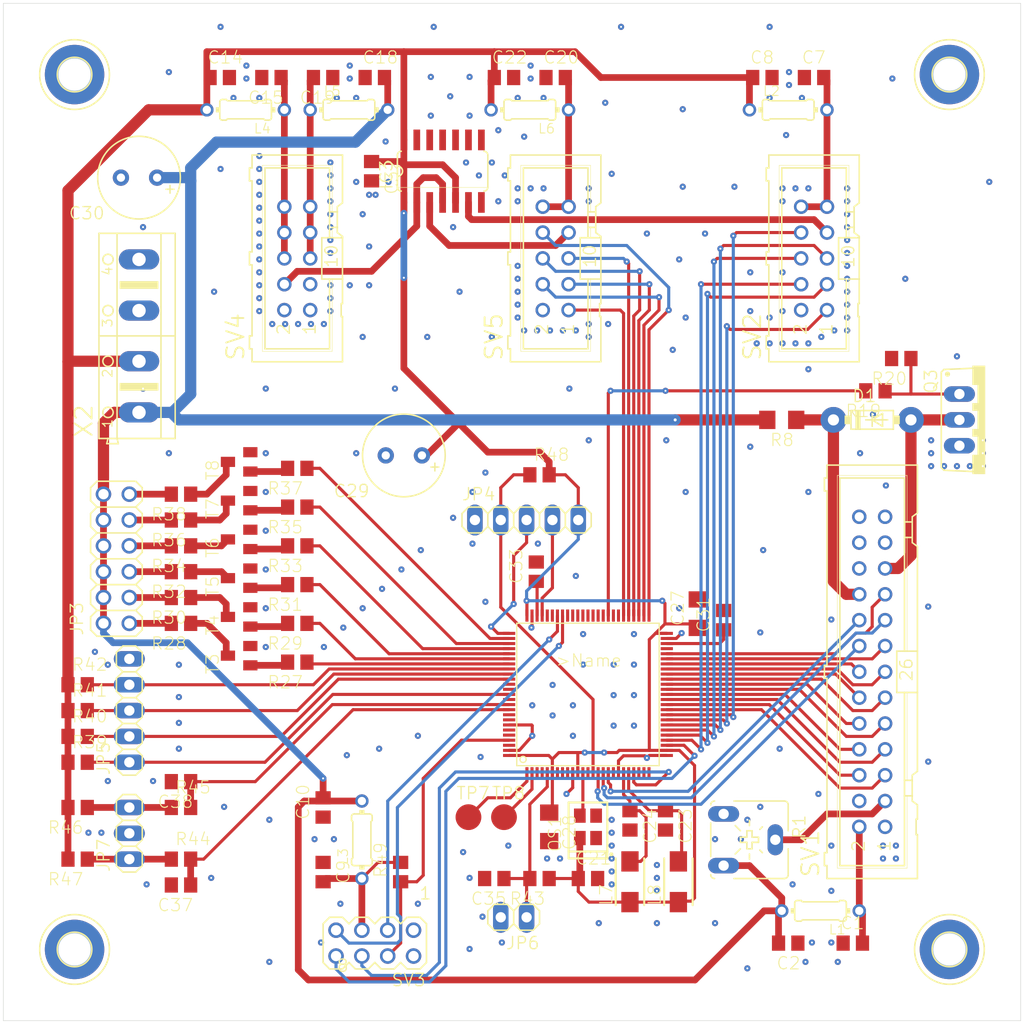
<source format=kicad_pcb>
(kicad_pcb (version 20171130) (host pcbnew "(5.1.5)-3")
  (layers (0 Top signal) (31 Bottom signal) (34 B.Paste user) (35 F.Paste user) (36 B.SilkS user) (37 F.SilkS user) (38 B.Mask user) (39 F.Mask user) (44 Edge.Cuts user))
  (net 0 "")
  (net 1 +3V3)
  (net 2 GND)
  (net 3 +5V)
  (net 4 "Net-(C7-Pad2)")
  (net 5 /RX_SDN)
  (net 6 /32M_REF_IN_RX)
  (net 7 /RX_MOSI)
  (net 8 /RX_CS)
  (net 9 /RX_SCK)
  (net 10 /RX_MISO)
  (net 11 /RX_NIRQ)
  (net 12 "Net-(C15-Pad1)")
  (net 13 "Net-(C19-Pad2)")
  (net 14 /32M_REF_OUT)
  (net 15 "Net-(SV4-Pad3)")
  (net 16 "Net-(C20-Pad2)")
  (net 17 /TX_SDN)
  (net 18 /32M_REF_IN_TX)
  (net 19 /TX_MOSI)
  (net 20 /TX_CS)
  (net 21 /TX_SCK)
  (net 22 /TX_MISO)
  (net 23 /TX_NIRQ)
  (net 24 /ENC_BTN)
  (net 25 /FRONT_PTT)
  (net 26 "Net-(U1-Pad96)")
  (net 27 "Net-(U1-Pad95)")
  (net 28 "Net-(U1-Pad93)")
  (net 29 "Net-(U1-Pad92)")
  (net 30 /ENC_B)
  (net 31 /ENC_A)
  (net 32 "Net-(U1-Pad89)")
  (net 33 /BTN_0)
  (net 34 "Net-(U1-Pad87)")
  (net 35 "Net-(U1-Pad86)")
  (net 36 /BTN_1)
  (net 37 /BTN_2)
  (net 38 /BTN_3)
  (net 39 /LED_5)
  (net 40 /LED_4)
  (net 41 /LED_3)
  (net 42 /LED_2)
  (net 43 /LED_1)
  (net 44 /LED_0)
  (net 45 /SWCLK)
  (net 46 "Net-(C33-Pad1)")
  (net 47 /SWDIO)
  (net 48 "Net-(U1-Pad71)")
  (net 49 "Net-(U1-Pad70)")
  (net 50 /FRONT_RX)
  (net 51 /FRONT_TX)
  (net 52 "Net-(U1-Pad67)")
  (net 53 "Net-(U1-Pad66)")
  (net 54 "Net-(U1-Pad65)")
  (net 55 "Net-(U1-Pad64)")
  (net 56 "Net-(U1-Pad63)")
  (net 57 "Net-(U1-Pad62)")
  (net 58 /PWM_FAN_R)
  (net 59 /PWM_FAN_L)
  (net 60 /LCD_PWM)
  (net 61 "Net-(U1-Pad58)")
  (net 62 "Net-(U1-Pad57)")
  (net 63 "Net-(C31-Pad1)")
  (net 64 "Net-(U1-Pad47)")
  (net 65 /LCD_RES)
  (net 66 /LCD_DB7)
  (net 67 /LCD_DB6)
  (net 68 /LCD_DB5)
  (net 69 /LCD_DB4)
  (net 70 /LCD_DB3)
  (net 71 /LCD_DB2)
  (net 72 /LCD_DB1)
  (net 73 /LCD_DB0)
  (net 74 /LCD_E)
  (net 75 /LCD_RW)
  (net 76 /LCD_RS)
  (net 77 /DAC_OUT)
  (net 78 /ANALOG_IN_3)
  (net 79 /ANALOG_IN_2)
  (net 80 /ANALOG_IN_1)
  (net 81 /ANALOG_IN_0)
  (net 82 /VDDA)
  (net 83 /VREF)
  (net 84 "Net-(U1-Pad18)")
  (net 85 /LCD_CS3)
  (net 86 /LCD_CS2)
  (net 87 /LCD_CS1)
  (net 88 /NRST)
  (net 89 "Net-(U1-Pad13)")
  (net 90 /OSC_IN)
  (net 91 "Net-(U1-Pad9)")
  (net 92 "Net-(U1-Pad8)")
  (net 93 "Net-(U1-Pad7)")
  (net 94 /TAMPER)
  (net 95 "Net-(U1-Pad4)")
  (net 96 "Net-(U1-Pad3)")
  (net 97 "Net-(TP8-PadTP)")
  (net 98 "Net-(TP7-PadTP)")
  (net 99 "Net-(SV1-Pad26)")
  (net 100 "Net-(SV1-Pad25)")
  (net 101 "Net-(SV1-Pad24)")
  (net 102 "Net-(SV1-Pad23)")
  (net 103 "Net-(SV1-Pad22)")
  (net 104 /LCD_K)
  (net 105 /LCD_A)
  (net 106 "Net-(SV1-Pad4)")
  (net 107 /LCD_CONTR)
  (net 108 "Net-(C1-Pad2)")
  (net 109 "Net-(IC3-Pad8)")
  (net 110 "Net-(IC3-Pad11)")
  (net 111 "Net-(Q3-PadG)")
  (net 112 "Net-(C9-Pad2)")
  (net 113 "Net-(SV3-Pad1)")
  (net 114 "Net-(OS1-Pad1)")
  (net 115 "Net-(R27-Pad2)")
  (net 116 "Net-(R28-Pad1)")
  (net 117 "Net-(R29-Pad2)")
  (net 118 "Net-(R30-Pad1)")
  (net 119 "Net-(R31-Pad2)")
  (net 120 "Net-(R32-Pad1)")
  (net 121 "Net-(R33-Pad2)")
  (net 122 "Net-(R34-Pad1)")
  (net 123 "Net-(R35-Pad2)")
  (net 124 "Net-(R36-Pad1)")
  (net 125 "Net-(R37-Pad2)")
  (net 126 "Net-(R38-Pad1)")
  (net 127 "Net-(JP3-Pad11)")
  (net 128 "Net-(JP3-Pad9)")
  (net 129 "Net-(JP3-Pad7)")
  (net 130 "Net-(JP3-Pad5)")
  (net 131 "Net-(JP3-Pad3)")
  (net 132 "Net-(JP3-Pad1)")
  (net 133 "Net-(JP7-Pad3)")
  (net 134 "Net-(JP7-Pad1)")
  (module mainboard:C0805 (layer Top) (at 182.0036 147.3836)
    (fp_text reference C1 (at -1.27 -1.27) (layer F.SilkS) (effects (font (size 1.2065 1.2065) (thickness 0.1016)) (justify left bottom)))
    (fp_text value 100n)
    (pad 2 smd rect (at 0.95 0) (size 1.3 1.5) (layers Top F.Paste F.Mask) (net 108 "Net-(C1-Pad2)"))
    (pad 1 smd rect (at -0.95 0) (size 1.3 1.5) (layers Top F.Paste F.Mask) (net 2 GND))
  )
  (module mainboard:C0805 (layer Top) (at 129.9336 134.0486 90)
    (fp_text reference C10 (at -1.27 -1.27 90) (layer F.SilkS) (effects (font (size 1.2065 1.2065) (thickness 0.1016)) (justify left bottom)))
    (fp_text value 100n)
    (pad 2 smd rect (at 0.95 0 90) (size 1.3 1.5) (layers Top F.Paste F.Mask) (net 3 +5V))
    (pad 1 smd rect (at -0.95 0 90) (size 1.3 1.5) (layers Top F.Paste F.Mask) (net 2 GND))
  )
  (module mainboard:C0805 (layer Top) (at 119.7736 62.2936)
    (fp_text reference C14 (at -1.27 -1.27) (layer F.SilkS) (effects (font (size 1.2065 1.2065) (thickness 0.1016)) (justify left bottom)))
    (fp_text value 100n)
    (pad 2 smd rect (at 0.95 0) (size 1.3 1.5) (layers Top F.Paste F.Mask) (net 2 GND))
    (pad 1 smd rect (at -0.95 0) (size 1.3 1.5) (layers Top F.Paste F.Mask) (net 1 +3V3))
  )
  (module mainboard:C0805 (layer Top) (at 124.8536 62.2936 180)
    (fp_text reference C15 (at -1.27 -1.27 180) (layer F.SilkS) (effects (font (size 1.2065 1.2065) (thickness 0.1016)) (justify right top)))
    (fp_text value 100n)
    (pad 2 smd rect (at 0.95 0 180) (size 1.3 1.5) (layers Top F.Paste F.Mask) (net 2 GND))
    (pad 1 smd rect (at -0.95 0 180) (size 1.3 1.5) (layers Top F.Paste F.Mask) (net 12 "Net-(C15-Pad1)"))
  )
  (module mainboard:C0805 (layer Top) (at 135.0136 62.2936)
    (fp_text reference C18 (at -1.27 -1.27) (layer F.SilkS) (effects (font (size 1.2065 1.2065) (thickness 0.1016)) (justify left bottom)))
    (fp_text value 100n)
    (pad 2 smd rect (at 0.95 0) (size 1.3 1.5) (layers Top F.Paste F.Mask) (net 3 +5V))
    (pad 1 smd rect (at -0.95 0) (size 1.3 1.5) (layers Top F.Paste F.Mask) (net 2 GND))
  )
  (module mainboard:C0805 (layer Top) (at 129.9336 62.2936 180)
    (fp_text reference C19 (at -1.27 -1.27 180) (layer F.SilkS) (effects (font (size 1.2065 1.2065) (thickness 0.1016)) (justify right top)))
    (fp_text value 100n)
    (pad 2 smd rect (at 0.95 0 180) (size 1.3 1.5) (layers Top F.Paste F.Mask) (net 13 "Net-(C19-Pad2)"))
    (pad 1 smd rect (at -0.95 0 180) (size 1.3 1.5) (layers Top F.Paste F.Mask) (net 2 GND))
  )
  (module mainboard:C0805 (layer Top) (at 175.6536 147.3836 180)
    (fp_text reference C2 (at -1.27 -1.27 180) (layer F.SilkS) (effects (font (size 1.2065 1.2065) (thickness 0.1016)) (justify right top)))
    (fp_text value 100n)
    (pad 2 smd rect (at 0.95 0 180) (size 1.3 1.5) (layers Top F.Paste F.Mask) (net 3 +5V))
    (pad 1 smd rect (at -0.95 0 180) (size 1.3 1.5) (layers Top F.Paste F.Mask) (net 2 GND))
  )
  (module mainboard:C0805 (layer Top) (at 152.7936 62.2936)
    (fp_text reference C20 (at -1.27 -1.27) (layer F.SilkS) (effects (font (size 1.2065 1.2065) (thickness 0.1016)) (justify left bottom)))
    (fp_text value 100n)
    (pad 2 smd rect (at 0.95 0) (size 1.3 1.5) (layers Top F.Paste F.Mask) (net 16 "Net-(C20-Pad2)"))
    (pad 1 smd rect (at -0.95 0) (size 1.3 1.5) (layers Top F.Paste F.Mask) (net 2 GND))
  )
  (module mainboard:C0805 (layer Top) (at 155.9686 141.0336)
    (fp_text reference C21 (at -1.27 -1.27) (layer F.SilkS) (effects (font (size 1.2065 1.2065) (thickness 0.1016)) (justify left bottom)))
    (fp_text value 10n)
    (pad 2 smd rect (at 0.95 0) (size 1.3 1.5) (layers Top F.Paste F.Mask) (net 2 GND))
    (pad 1 smd rect (at -0.95 0) (size 1.3 1.5) (layers Top F.Paste F.Mask) (net 1 +3V3))
  )
  (module mainboard:C0805 (layer Top) (at 147.7136 62.2936)
    (fp_text reference C22 (at -1.27 -1.27) (layer F.SilkS) (effects (font (size 1.2065 1.2065) (thickness 0.1016)) (justify left bottom)))
    (fp_text value 100n)
    (pad 2 smd rect (at 0.95 0) (size 1.3 1.5) (layers Top F.Paste F.Mask) (net 2 GND))
    (pad 1 smd rect (at -0.95 0) (size 1.3 1.5) (layers Top F.Paste F.Mask) (net 1 +3V3))
  )
  (module mainboard:C0805 (layer Top) (at 163.5886 135.3186 270)
    (fp_text reference C23 (at -1.27 -1.27 270) (layer F.SilkS) (effects (font (size 1.2065 1.2065) (thickness 0.1016)) (justify right top)))
    (fp_text value 100n)
    (pad 2 smd rect (at 0.95 0 270) (size 1.3 1.5) (layers Top F.Paste F.Mask) (net 2 GND))
    (pad 1 smd rect (at -0.95 0 270) (size 1.3 1.5) (layers Top F.Paste F.Mask) (net 82 /VDDA))
  )
  (module mainboard:C0805 (layer Top) (at 160.0961 135.3186 270)
    (fp_text reference C24 (at -1.27 -1.27 270) (layer F.SilkS) (effects (font (size 1.2065 1.2065) (thickness 0.1016)) (justify right top)))
    (fp_text value 100n)
    (pad 2 smd rect (at 0.95 0 270) (size 1.3 1.5) (layers Top F.Paste F.Mask) (net 2 GND))
    (pad 1 smd rect (at -0.95 0 270) (size 1.3 1.5) (layers Top F.Paste F.Mask) (net 83 /VREF))
  )
  (module mainboard:C1206 (layer Top) (at 166.7636 114.9986 90)
    (fp_text reference C27 (at -1.27 -1.27 90) (layer F.SilkS) (effects (font (size 1.2065 1.2065) (thickness 0.1016)) (justify left bottom)))
    (fp_text value 10u/TA)
    (pad 2 smd rect (at 1.4 0 90) (size 1.6 1.8) (layers Top F.Paste F.Mask) (net 2 GND))
    (pad 1 smd rect (at -1.4 0 90) (size 1.6 1.8) (layers Top F.Paste F.Mask) (net 1 +3V3))
  )
  (module mainboard:C1206 (layer Top) (at 152.1586 135.9536 270)
    (fp_text reference C28 (at -1.27 -1.27 270) (layer F.SilkS) (effects (font (size 1.2065 1.2065) (thickness 0.1016)) (justify right top)))
    (fp_text value 10u/TA)
    (pad 2 smd rect (at 1.4 0 270) (size 1.6 1.8) (layers Top F.Paste F.Mask) (net 2 GND))
    (pad 1 smd rect (at -1.4 0 270) (size 1.6 1.8) (layers Top F.Paste F.Mask) (net 1 +3V3))
  )
  (module mainboard:E3,5-8 (layer Top) (at 137.8711 99.4411 180)
    (fp_text reference C29 (at 3.302 -2.794 180) (layer F.SilkS) (effects (font (size 1.2065 1.2065) (thickness 0.127)) (justify right top)))
    (fp_text value 1000u/10V)
    (pad + thru_hole circle (at -1.778 0 180) (size 1.6002 1.6002) (drill 0.8128) (layers *.Cu *.Mask) (net 1 +3V3))
    (pad - thru_hole circle (at 1.778 0 180) (size 1.6002 1.6002) (drill 0.8128) (layers *.Cu *.Mask) (net 2 GND))
  )
  (module mainboard:E3,5-8 (layer Top) (at 111.8361 72.1361 180)
    (fp_text reference C30 (at 3.302 -2.794 180) (layer F.SilkS) (effects (font (size 1.2065 1.2065) (thickness 0.127)) (justify right top)))
    (fp_text value 1000u/10V)
    (pad + thru_hole circle (at -1.778 0 180) (size 1.6002 1.6002) (drill 0.8128) (layers *.Cu *.Mask) (net 3 +5V))
    (pad - thru_hole circle (at 1.778 0 180) (size 1.6002 1.6002) (drill 0.8128) (layers *.Cu *.Mask) (net 2 GND))
  )
  (module mainboard:C0805 (layer Top) (at 169.3036 115.6336 90)
    (fp_text reference C31 (at -1.27 -1.27 90) (layer F.SilkS) (effects (font (size 1.2065 1.2065) (thickness 0.1016)) (justify left bottom)))
    (fp_text value 2u2)
    (pad 2 smd rect (at 0.95 0 90) (size 1.3 1.5) (layers Top F.Paste F.Mask) (net 2 GND))
    (pad 1 smd rect (at -0.95 0 90) (size 1.3 1.5) (layers Top F.Paste F.Mask) (net 63 "Net-(C31-Pad1)"))
  )
  (module mainboard:C0805 (layer Top) (at 134.6961 71.5011 270)
    (fp_text reference C32 (at -1.27 -1.27 270) (layer F.SilkS) (effects (font (size 1.2065 1.2065) (thickness 0.1016)) (justify right top)))
    (fp_text value 100n)
    (pad 2 smd rect (at 0.95 0 270) (size 1.3 1.5) (layers Top F.Paste F.Mask) (net 2 GND))
    (pad 1 smd rect (at -0.95 0 270) (size 1.3 1.5) (layers Top F.Paste F.Mask) (net 1 +3V3))
  )
  (module mainboard:C0805 (layer Top) (at 150.8886 110.8711 90)
    (fp_text reference C33 (at -1.27 -1.27 90) (layer F.SilkS) (effects (font (size 1.2065 1.2065) (thickness 0.1016)) (justify left bottom)))
    (fp_text value 2u2)
    (pad 2 smd rect (at 0.95 0 90) (size 1.3 1.5) (layers Top F.Paste F.Mask) (net 2 GND))
    (pad 1 smd rect (at -0.95 0 90) (size 1.3 1.5) (layers Top F.Paste F.Mask) (net 46 "Net-(C33-Pad1)"))
  )
  (module mainboard:C0805 (layer Top) (at 146.7611 141.0336 180)
    (fp_text reference C35 (at -1.27 -1.27 180) (layer F.SilkS) (effects (font (size 1.2065 1.2065) (thickness 0.1016)) (justify right top)))
    (fp_text value 100n)
    (pad 2 smd rect (at 0.95 0 180) (size 1.3 1.5) (layers Top F.Paste F.Mask) (net 2 GND))
    (pad 1 smd rect (at -0.95 0 180) (size 1.3 1.5) (layers Top F.Paste F.Mask) (net 94 /TAMPER))
  )
  (module mainboard:C0805 (layer Top) (at 115.9636 141.6686 180)
    (fp_text reference C37 (at -1.27 -1.27 180) (layer F.SilkS) (effects (font (size 1.2065 1.2065) (thickness 0.1016)) (justify right top)))
    (fp_text value 10n)
    (pad 2 smd rect (at 0.95 0 180) (size 1.3 1.5) (layers Top F.Paste F.Mask) (net 2 GND))
    (pad 1 smd rect (at -0.95 0 180) (size 1.3 1.5) (layers Top F.Paste F.Mask) (net 30 /ENC_B))
  )
  (module mainboard:C0805 (layer Top) (at 115.9636 131.5086 180)
    (fp_text reference C38 (at -1.27 -1.27 180) (layer F.SilkS) (effects (font (size 1.2065 1.2065) (thickness 0.1016)) (justify right top)))
    (fp_text value 10n)
    (pad 2 smd rect (at 0.95 0 180) (size 1.3 1.5) (layers Top F.Paste F.Mask) (net 2 GND))
    (pad 1 smd rect (at -0.95 0 180) (size 1.3 1.5) (layers Top F.Paste F.Mask) (net 31 /ENC_A))
  )
  (module mainboard:C0805 (layer Top) (at 178.1936 62.2936)
    (fp_text reference C7 (at -1.27 -1.27) (layer F.SilkS) (effects (font (size 1.2065 1.2065) (thickness 0.1016)) (justify left bottom)))
    (fp_text value 100n)
    (pad 2 smd rect (at 0.95 0) (size 1.3 1.5) (layers Top F.Paste F.Mask) (net 4 "Net-(C7-Pad2)"))
    (pad 1 smd rect (at -0.95 0) (size 1.3 1.5) (layers Top F.Paste F.Mask) (net 2 GND))
  )
  (module mainboard:C0805 (layer Top) (at 173.1136 62.2936)
    (fp_text reference C8 (at -1.27 -1.27) (layer F.SilkS) (effects (font (size 1.2065 1.2065) (thickness 0.1016)) (justify left bottom)))
    (fp_text value 100n)
    (pad 2 smd rect (at 0.95 0) (size 1.3 1.5) (layers Top F.Paste F.Mask) (net 2 GND))
    (pad 1 smd rect (at -0.95 0) (size 1.3 1.5) (layers Top F.Paste F.Mask) (net 1 +3V3))
  )
  (module mainboard:C0805 (layer Top) (at 129.9336 140.3986 270)
    (fp_text reference C9 (at -1.27 -1.27 270) (layer F.SilkS) (effects (font (size 1.2065 1.2065) (thickness 0.1016)) (justify right top)))
    (fp_text value 100n)
    (pad 2 smd rect (at 0.95 0 270) (size 1.3 1.5) (layers Top F.Paste F.Mask) (net 112 "Net-(C9-Pad2)"))
    (pad 1 smd rect (at -0.95 0 270) (size 1.3 1.5) (layers Top F.Paste F.Mask) (net 2 GND))
  )
  (module mainboard:DO41-7.6 (layer Top) (at 183.9086 95.9486)
    (fp_text reference D1 (at -2.032 -1.651) (layer F.SilkS) (effects (font (size 1.2065 1.2065) (thickness 0.127)) (justify left bottom)))
    (fp_text value UF4007)
    (pad A thru_hole circle (at 3.81 0) (size 2.54 2.54) (drill 1.1) (layers *.Cu *.Mask) (net 104 /LCD_K))
    (pad C thru_hole circle (at -3.81 0) (size 2.54 2.54) (drill 1.1) (layers *.Cu *.Mask) (net 105 /LCD_A))
  )
  (module mainboard:SO14 (layer Top) (at 141.6811 71.5011)
    (fp_text reference IC3 (at -4.826 1.905 90) (layer F.SilkS) (effects (font (size 1.2065 1.2065) (thickness 0.127)) (justify left bottom)))
    (fp_text value 74AHC00D)
    (pad 8 smd rect (at 3.81 -3.0734) (size 0.6604 2.032) (layers Top F.Paste F.Mask) (net 109 "Net-(IC3-Pad8)"))
    (pad 7 smd rect (at 3.81 3.0734) (size 0.6604 2.032) (layers Top F.Paste F.Mask) (net 2 GND))
    (pad 9 smd rect (at 2.54 -3.0734) (size 0.6604 2.032) (layers Top F.Paste F.Mask) (net 2 GND))
    (pad 10 smd rect (at 1.27 -3.0734) (size 0.6604 2.032) (layers Top F.Paste F.Mask) (net 2 GND))
    (pad 6 smd rect (at 2.54 3.0734) (size 0.6604 2.032) (layers Top F.Paste F.Mask) (net 6 /32M_REF_IN_RX))
    (pad 5 smd rect (at 1.27 3.0734) (size 0.6604 2.032) (layers Top F.Paste F.Mask) (net 1 +3V3))
    (pad 11 smd rect (at 0 -3.0734) (size 0.6604 2.032) (layers Top F.Paste F.Mask) (net 110 "Net-(IC3-Pad11)"))
    (pad 4 smd rect (at 0 3.0734) (size 0.6604 2.032) (layers Top F.Paste F.Mask) (net 14 /32M_REF_OUT))
    (pad 12 smd rect (at -1.27 -3.0734) (size 0.6604 2.032) (layers Top F.Paste F.Mask) (net 2 GND))
    (pad 13 smd rect (at -2.54 -3.0734) (size 0.6604 2.032) (layers Top F.Paste F.Mask) (net 2 GND))
    (pad 3 smd rect (at -1.27 3.0734) (size 0.6604 2.032) (layers Top F.Paste F.Mask) (net 18 /32M_REF_IN_TX))
    (pad 2 smd rect (at -2.54 3.0734) (size 0.6604 2.032) (layers Top F.Paste F.Mask) (net 14 /32M_REF_OUT))
    (pad 14 smd rect (at -3.81 -3.0734) (size 0.6604 2.032) (layers Top F.Paste F.Mask) (net 1 +3V3))
    (pad 1 smd rect (at -3.81 3.0734) (size 0.6604 2.032) (layers Top F.Paste F.Mask) (net 1 +3V3))
  )
  (module mainboard:2X06 (layer Top) (at 109.6136 109.6011 90)
    (fp_text reference JP3 (at -7.62 -3.175 90) (layer F.SilkS) (effects (font (size 1.2065 1.2065) (thickness 0.127)) (justify left bottom)))
    (fp_text value LEDS)
    (pad 12 thru_hole circle (at 6.35 -1.27 90) (size 1.524 1.524) (drill 1.016) (layers *.Cu *.Mask) (net 3 +5V))
    (pad 11 thru_hole circle (at 6.35 1.27 90) (size 1.524 1.524) (drill 1.016) (layers *.Cu *.Mask) (net 127 "Net-(JP3-Pad11)"))
    (pad 10 thru_hole circle (at 3.81 -1.27 90) (size 1.524 1.524) (drill 1.016) (layers *.Cu *.Mask) (net 3 +5V))
    (pad 9 thru_hole circle (at 3.81 1.27 90) (size 1.524 1.524) (drill 1.016) (layers *.Cu *.Mask) (net 128 "Net-(JP3-Pad9)"))
    (pad 8 thru_hole circle (at 1.27 -1.27 90) (size 1.524 1.524) (drill 1.016) (layers *.Cu *.Mask) (net 3 +5V))
    (pad 7 thru_hole circle (at 1.27 1.27 90) (size 1.524 1.524) (drill 1.016) (layers *.Cu *.Mask) (net 129 "Net-(JP3-Pad7)"))
    (pad 6 thru_hole circle (at -1.27 -1.27 90) (size 1.524 1.524) (drill 1.016) (layers *.Cu *.Mask) (net 3 +5V))
    (pad 5 thru_hole circle (at -1.27 1.27 90) (size 1.524 1.524) (drill 1.016) (layers *.Cu *.Mask) (net 130 "Net-(JP3-Pad5)"))
    (pad 4 thru_hole circle (at -3.81 -1.27 90) (size 1.524 1.524) (drill 1.016) (layers *.Cu *.Mask) (net 3 +5V))
    (pad 3 thru_hole circle (at -3.81 1.27 90) (size 1.524 1.524) (drill 1.016) (layers *.Cu *.Mask) (net 131 "Net-(JP3-Pad3)"))
    (pad 2 thru_hole circle (at -6.35 -1.27 90) (size 1.524 1.524) (drill 1.016) (layers *.Cu *.Mask) (net 3 +5V))
    (pad 1 thru_hole circle (at -6.35 1.27 90) (size 1.524 1.524) (drill 1.016) (layers *.Cu *.Mask) (net 132 "Net-(JP3-Pad1)"))
  )
  (module mainboard:1X05 (layer Top) (at 149.9361 105.7911)
    (fp_text reference JP4 (at -6.4262 -1.8288) (layer F.SilkS) (effects (font (size 1.2065 1.2065) (thickness 0.127)) (justify left bottom)))
    (fp_text value SWD)
    (pad 5 thru_hole oval (at 5.08 0 90) (size 3.048 1.524) (drill 1.016) (layers *.Cu *.Mask) (net 1 +3V3))
    (pad 4 thru_hole oval (at 2.54 0 90) (size 3.048 1.524) (drill 1.016) (layers *.Cu *.Mask) (net 47 /SWDIO))
    (pad 3 thru_hole oval (at 0 0 90) (size 3.048 1.524) (drill 1.016) (layers *.Cu *.Mask) (net 45 /SWCLK))
    (pad 2 thru_hole oval (at -2.54 0 90) (size 3.048 1.524) (drill 1.016) (layers *.Cu *.Mask) (net 88 /NRST))
    (pad 1 thru_hole oval (at -5.08 0 90) (size 3.048 1.524) (drill 1.016) (layers *.Cu *.Mask) (net 2 GND))
  )
  (module mainboard:1X05 (layer Top) (at 110.8836 124.5236 90)
    (fp_text reference JP5 (at -6.4262 -1.8288 90) (layer F.SilkS) (effects (font (size 1.2065 1.2065) (thickness 0.127)) (justify left bottom)))
    (fp_text value KBD)
    (pad 5 thru_hole oval (at 5.08 0 180) (size 3.048 1.524) (drill 1.016) (layers *.Cu *.Mask) (net 2 GND))
    (pad 4 thru_hole oval (at 2.54 0 180) (size 3.048 1.524) (drill 1.016) (layers *.Cu *.Mask) (net 38 /BTN_3))
    (pad 3 thru_hole oval (at 0 0 180) (size 3.048 1.524) (drill 1.016) (layers *.Cu *.Mask) (net 37 /BTN_2))
    (pad 2 thru_hole oval (at -2.54 0 180) (size 3.048 1.524) (drill 1.016) (layers *.Cu *.Mask) (net 36 /BTN_1))
    (pad 1 thru_hole oval (at -5.08 0 180) (size 3.048 1.524) (drill 1.016) (layers *.Cu *.Mask) (net 33 /BTN_0))
  )
  (module mainboard:1X02 (layer Top) (at 148.6661 144.8436 180)
    (fp_text reference JP6 (at -2.6162 -1.8288 180) (layer F.SilkS) (effects (font (size 1.2065 1.2065) (thickness 0.127)) (justify right top)))
    (fp_text value TAMPER)
    (pad 2 thru_hole oval (at 1.27 0 270) (size 3.048 1.524) (drill 1.016) (layers *.Cu *.Mask) (net 2 GND))
    (pad 1 thru_hole oval (at -1.27 0 270) (size 3.048 1.524) (drill 1.016) (layers *.Cu *.Mask) (net 94 /TAMPER))
  )
  (module mainboard:1X03 (layer Top) (at 110.8836 136.5886 90)
    (fp_text reference JP7 (at -3.8862 -1.8288 90) (layer F.SilkS) (effects (font (size 1.2065 1.2065) (thickness 0.127)) (justify left bottom)))
    (fp_text value ENCODER)
    (pad 3 thru_hole oval (at 2.54 0 180) (size 3.048 1.524) (drill 1.016) (layers *.Cu *.Mask) (net 133 "Net-(JP7-Pad3)"))
    (pad 2 thru_hole oval (at 0 0 180) (size 3.048 1.524) (drill 1.016) (layers *.Cu *.Mask) (net 2 GND))
    (pad 1 thru_hole oval (at -2.54 0 180) (size 3.048 1.524) (drill 1.016) (layers *.Cu *.Mask) (net 134 "Net-(JP7-Pad1)"))
  )
  (module mainboard:0204_7 (layer Top) (at 178.8286 144.2086 180)
    (fp_text reference L1 (at -2.54 -1.2954 180) (layer F.SilkS) (effects (font (size 0.94107 0.94107) (thickness 0.09906)) (justify right top)))
    (fp_text value BEAD)
    (pad 2 thru_hole circle (at 3.81 0 180) (size 1.3208 1.3208) (drill 0.8128) (layers *.Cu *.Mask) (net 3 +5V))
    (pad 1 thru_hole circle (at -3.81 0 180) (size 1.3208 1.3208) (drill 0.8128) (layers *.Cu *.Mask) (net 108 "Net-(C1-Pad2)"))
  )
  (module mainboard:0204_7 (layer Top) (at 175.6536 65.4686)
    (fp_text reference L2 (at -2.54 -1.2954) (layer F.SilkS) (effects (font (size 0.94107 0.94107) (thickness 0.09906)) (justify left bottom)))
    (fp_text value BEAD)
    (pad 2 thru_hole circle (at 3.81 0) (size 1.3208 1.3208) (drill 0.8128) (layers *.Cu *.Mask) (net 4 "Net-(C7-Pad2)"))
    (pad 1 thru_hole circle (at -3.81 0) (size 1.3208 1.3208) (drill 0.8128) (layers *.Cu *.Mask) (net 1 +3V3))
  )
  (module mainboard:0204_7 (layer Top) (at 133.7436 137.2236 90)
    (fp_text reference L3 (at -2.54 -1.2954 90) (layer F.SilkS) (effects (font (size 0.94107 0.94107) (thickness 0.09906)) (justify left bottom)))
    (fp_text value BEAD)
    (pad 2 thru_hole circle (at 3.81 0 90) (size 1.3208 1.3208) (drill 0.8128) (layers *.Cu *.Mask) (net 3 +5V))
    (pad 1 thru_hole circle (at -3.81 0 90) (size 1.3208 1.3208) (drill 0.8128) (layers *.Cu *.Mask) (net 112 "Net-(C9-Pad2)"))
  )
  (module mainboard:0204_7 (layer Top) (at 122.3136 65.4686 180)
    (fp_text reference L4 (at -2.54 -1.2954 180) (layer F.SilkS) (effects (font (size 0.94107 0.94107) (thickness 0.09906)) (justify right top)))
    (fp_text value BEAD)
    (pad 2 thru_hole circle (at 3.81 0 180) (size 1.3208 1.3208) (drill 0.8128) (layers *.Cu *.Mask) (net 1 +3V3))
    (pad 1 thru_hole circle (at -3.81 0 180) (size 1.3208 1.3208) (drill 0.8128) (layers *.Cu *.Mask) (net 12 "Net-(C15-Pad1)"))
  )
  (module mainboard:0204_7 (layer Top) (at 132.4736 65.4686)
    (fp_text reference L5 (at -2.54 -1.2954) (layer F.SilkS) (effects (font (size 0.94107 0.94107) (thickness 0.09906)) (justify left bottom)))
    (fp_text value BEAD)
    (pad 2 thru_hole circle (at 3.81 0) (size 1.3208 1.3208) (drill 0.8128) (layers *.Cu *.Mask) (net 3 +5V))
    (pad 1 thru_hole circle (at -3.81 0) (size 1.3208 1.3208) (drill 0.8128) (layers *.Cu *.Mask) (net 13 "Net-(C19-Pad2)"))
  )
  (module mainboard:0204_7 (layer Top) (at 150.2536 65.4686 180)
    (fp_text reference L6 (at -2.54 -1.2954 180) (layer F.SilkS) (effects (font (size 0.94107 0.94107) (thickness 0.09906)) (justify right top)))
    (fp_text value BEAD)
    (pad 2 thru_hole circle (at 3.81 0 180) (size 1.3208 1.3208) (drill 0.8128) (layers *.Cu *.Mask) (net 1 +3V3))
    (pad 1 thru_hole circle (at -3.81 0 180) (size 1.3208 1.3208) (drill 0.8128) (layers *.Cu *.Mask) (net 16 "Net-(C20-Pad2)"))
  )
  (module mainboard:SM-B5 (layer Top) (at 160.0961 141.3511 90)
    (fp_text reference L7 (at -2.408 -1.632 90) (layer F.SilkS) (effects (font (size 1.2065 1.2065) (thickness 0.1016)) (justify left bottom)))
    (fp_text value BEAD)
    (pad 2 smd rect (at 2 0 90) (size 2 1.7) (layers Top F.Paste F.Mask) (net 83 /VREF))
    (pad 1 smd rect (at -2 0 90) (size 2 1.7) (layers Top F.Paste F.Mask) (net 1 +3V3))
  )
  (module mainboard:SM-B5 (layer Top) (at 164.8586 141.3511 90)
    (fp_text reference L8 (at -2.408 -1.632 90) (layer F.SilkS) (effects (font (size 1.2065 1.2065) (thickness 0.1016)) (justify left bottom)))
    (fp_text value BEAD)
    (pad 2 smd rect (at 2 0 90) (size 2 1.7) (layers Top F.Paste F.Mask) (net 82 /VDDA))
    (pad 1 smd rect (at -2 0 90) (size 2 1.7) (layers Top F.Paste F.Mask) (net 1 +3V3))
  )
  (module mainboard:3.4X2.7-4-PAD (layer Top) (at 155.9686 135.9536 90)
    (fp_text reference OS1 (at -2.54 -2.54 90) (layer F.SilkS) (effects (font (size 1.2065 1.2065) (thickness 0.1016)) (justify left bottom)))
    (fp_text value ECS-3225MV-160-CN-TR)
    (pad 4 smd rect (at -1.1 -0.8 270) (size 1.4 1.15) (layers Top F.Paste F.Mask) (net 1 +3V3))
    (pad 3 smd rect (at 1.1 -0.8 270) (size 1.4 1.15) (layers Top F.Paste F.Mask) (net 90 /OSC_IN))
    (pad 2 smd rect (at 1.1 0.8 90) (size 1.4 1.15) (layers Top F.Paste F.Mask) (net 2 GND))
    (pad 1 smd rect (at -1.1 0.8 90) (size 1.4 1.15) (layers Top F.Paste F.Mask) (net 114 "Net-(OS1-Pad1)"))
  )
  (module mainboard:TO220BV (layer Top) (at 195.0211 95.9486 270)
    (fp_text reference Q3 (at -5.08 6.0452 270) (layer F.SilkS) (effects (font (size 1.2065 1.2065) (thickness 0.127)) (justify right top)))
    (fp_text value IRL520)
    (pad S thru_hole oval (at 2.54 2.54) (size 3.048 1.524) (drill 1.016) (layers *.Cu *.Mask) (net 2 GND))
    (pad D thru_hole oval (at 0 2.54) (size 3.048 1.524) (drill 1.016) (layers *.Cu *.Mask) (net 104 /LCD_K))
    (pad G thru_hole oval (at -2.54 2.54) (size 3.048 1.524) (drill 1.016) (layers *.Cu *.Mask) (net 111 "Net-(Q3-PadG)"))
  )
  (module mainboard:CA6V (layer Top) (at 171.8436 137.2236 270)
    (fp_text reference R1 (at -2.54 -4.191 270) (layer F.SilkS) (effects (font (size 1.2065 1.2065) (thickness 0.127)) (justify right top)))
    (fp_text value 10k)
    (pad E thru_hole oval (at 2.54 2.54) (size 3.048 1.524) (drill 1.016) (layers *.Cu *.Mask) (net 3 +5V))
    (pad A thru_hole oval (at -2.54 2.54) (size 3.048 1.524) (drill 1.016) (layers *.Cu *.Mask) (net 2 GND))
    (pad S thru_hole oval (at 0 -2.54 270) (size 3.048 1.524) (drill 1.016) (layers *.Cu *.Mask) (net 107 /LCD_CONTR))
  )
  (module mainboard:R0805 (layer Top) (at 184.2261 93.0911 180)
    (fp_text reference R19 (at -0.635 -1.27 180) (layer F.SilkS) (effects (font (size 1.2065 1.2065) (thickness 0.1016)) (justify right top)))
    (fp_text value 100R)
    (pad 2 smd rect (at 0.95 0 180) (size 1.3 1.5) (layers Top F.Paste F.Mask) (net 60 /LCD_PWM))
    (pad 1 smd rect (at -0.95 0 180) (size 1.3 1.5) (layers Top F.Paste F.Mask) (net 111 "Net-(Q3-PadG)"))
  )
  (module mainboard:R0805 (layer Top) (at 186.7661 89.9161 180)
    (fp_text reference R20 (at -0.635 -1.27 180) (layer F.SilkS) (effects (font (size 1.2065 1.2065) (thickness 0.1016)) (justify right top)))
    (fp_text value 10k)
    (pad 2 smd rect (at 0.95 0 180) (size 1.3 1.5) (layers Top F.Paste F.Mask) (net 2 GND))
    (pad 1 smd rect (at -0.95 0 180) (size 1.3 1.5) (layers Top F.Paste F.Mask) (net 111 "Net-(Q3-PadG)"))
  )
  (module mainboard:R0805 (layer Top) (at 127.3936 119.7611 180)
    (fp_text reference R27 (at -0.635 -1.27 180) (layer F.SilkS) (effects (font (size 1.2065 1.2065) (thickness 0.1016)) (justify right top)))
    (fp_text value 4k7)
    (pad 2 smd rect (at 0.95 0 180) (size 1.3 1.5) (layers Top F.Paste F.Mask) (net 115 "Net-(R27-Pad2)"))
    (pad 1 smd rect (at -0.95 0 180) (size 1.3 1.5) (layers Top F.Paste F.Mask) (net 39 /LED_5))
  )
  (module mainboard:R0805 (layer Top) (at 115.9636 115.9511 180)
    (fp_text reference R28 (at -0.635 -1.27 180) (layer F.SilkS) (effects (font (size 1.2065 1.2065) (thickness 0.1016)) (justify right top)))
    (fp_text value 820R)
    (pad 2 smd rect (at 0.95 0 180) (size 1.3 1.5) (layers Top F.Paste F.Mask) (net 132 "Net-(JP3-Pad1)"))
    (pad 1 smd rect (at -0.95 0 180) (size 1.3 1.5) (layers Top F.Paste F.Mask) (net 116 "Net-(R28-Pad1)"))
  )
  (module mainboard:R0805 (layer Top) (at 127.3936 115.9511 180)
    (fp_text reference R29 (at -0.635 -1.27 180) (layer F.SilkS) (effects (font (size 1.2065 1.2065) (thickness 0.1016)) (justify right top)))
    (fp_text value 4k7)
    (pad 2 smd rect (at 0.95 0 180) (size 1.3 1.5) (layers Top F.Paste F.Mask) (net 117 "Net-(R29-Pad2)"))
    (pad 1 smd rect (at -0.95 0 180) (size 1.3 1.5) (layers Top F.Paste F.Mask) (net 40 /LED_4))
  )
  (module mainboard:R0805 (layer Top) (at 115.9636 113.4111 180)
    (fp_text reference R30 (at -0.635 -1.27 180) (layer F.SilkS) (effects (font (size 1.2065 1.2065) (thickness 0.1016)) (justify right top)))
    (fp_text value 820R)
    (pad 2 smd rect (at 0.95 0 180) (size 1.3 1.5) (layers Top F.Paste F.Mask) (net 131 "Net-(JP3-Pad3)"))
    (pad 1 smd rect (at -0.95 0 180) (size 1.3 1.5) (layers Top F.Paste F.Mask) (net 118 "Net-(R30-Pad1)"))
  )
  (module mainboard:R0805 (layer Top) (at 127.3936 112.1411 180)
    (fp_text reference R31 (at -0.635 -1.27 180) (layer F.SilkS) (effects (font (size 1.2065 1.2065) (thickness 0.1016)) (justify right top)))
    (fp_text value 4k7)
    (pad 2 smd rect (at 0.95 0 180) (size 1.3 1.5) (layers Top F.Paste F.Mask) (net 119 "Net-(R31-Pad2)"))
    (pad 1 smd rect (at -0.95 0 180) (size 1.3 1.5) (layers Top F.Paste F.Mask) (net 41 /LED_3))
  )
  (module mainboard:R0805 (layer Top) (at 115.9636 110.8711 180)
    (fp_text reference R32 (at -0.635 -1.27 180) (layer F.SilkS) (effects (font (size 1.2065 1.2065) (thickness 0.1016)) (justify right top)))
    (fp_text value 820R)
    (pad 2 smd rect (at 0.95 0 180) (size 1.3 1.5) (layers Top F.Paste F.Mask) (net 130 "Net-(JP3-Pad5)"))
    (pad 1 smd rect (at -0.95 0 180) (size 1.3 1.5) (layers Top F.Paste F.Mask) (net 120 "Net-(R32-Pad1)"))
  )
  (module mainboard:R0805 (layer Top) (at 127.3936 108.3311 180)
    (fp_text reference R33 (at -0.635 -1.27 180) (layer F.SilkS) (effects (font (size 1.2065 1.2065) (thickness 0.1016)) (justify right top)))
    (fp_text value 4k7)
    (pad 2 smd rect (at 0.95 0 180) (size 1.3 1.5) (layers Top F.Paste F.Mask) (net 121 "Net-(R33-Pad2)"))
    (pad 1 smd rect (at -0.95 0 180) (size 1.3 1.5) (layers Top F.Paste F.Mask) (net 42 /LED_2))
  )
  (module mainboard:R0805 (layer Top) (at 115.9636 108.3311 180)
    (fp_text reference R34 (at -0.635 -1.27 180) (layer F.SilkS) (effects (font (size 1.2065 1.2065) (thickness 0.1016)) (justify right top)))
    (fp_text value 820R)
    (pad 2 smd rect (at 0.95 0 180) (size 1.3 1.5) (layers Top F.Paste F.Mask) (net 129 "Net-(JP3-Pad7)"))
    (pad 1 smd rect (at -0.95 0 180) (size 1.3 1.5) (layers Top F.Paste F.Mask) (net 122 "Net-(R34-Pad1)"))
  )
  (module mainboard:R0805 (layer Top) (at 127.3936 104.5211 180)
    (fp_text reference R35 (at -0.635 -1.27 180) (layer F.SilkS) (effects (font (size 1.2065 1.2065) (thickness 0.1016)) (justify right top)))
    (fp_text value 4k7)
    (pad 2 smd rect (at 0.95 0 180) (size 1.3 1.5) (layers Top F.Paste F.Mask) (net 123 "Net-(R35-Pad2)"))
    (pad 1 smd rect (at -0.95 0 180) (size 1.3 1.5) (layers Top F.Paste F.Mask) (net 43 /LED_1))
  )
  (module mainboard:R0805 (layer Top) (at 115.9636 105.7911 180)
    (fp_text reference R36 (at -0.635 -1.27 180) (layer F.SilkS) (effects (font (size 1.2065 1.2065) (thickness 0.1016)) (justify right top)))
    (fp_text value 820R)
    (pad 2 smd rect (at 0.95 0 180) (size 1.3 1.5) (layers Top F.Paste F.Mask) (net 128 "Net-(JP3-Pad9)"))
    (pad 1 smd rect (at -0.95 0 180) (size 1.3 1.5) (layers Top F.Paste F.Mask) (net 124 "Net-(R36-Pad1)"))
  )
  (module mainboard:R0805 (layer Top) (at 127.3936 100.7111 180)
    (fp_text reference R37 (at -0.635 -1.27 180) (layer F.SilkS) (effects (font (size 1.2065 1.2065) (thickness 0.1016)) (justify right top)))
    (fp_text value 4k7)
    (pad 2 smd rect (at 0.95 0 180) (size 1.3 1.5) (layers Top F.Paste F.Mask) (net 125 "Net-(R37-Pad2)"))
    (pad 1 smd rect (at -0.95 0 180) (size 1.3 1.5) (layers Top F.Paste F.Mask) (net 44 /LED_0))
  )
  (module mainboard:R0805 (layer Top) (at 115.9636 103.2511 180)
    (fp_text reference R38 (at -0.635 -1.27 180) (layer F.SilkS) (effects (font (size 1.2065 1.2065) (thickness 0.1016)) (justify right top)))
    (fp_text value 820R)
    (pad 2 smd rect (at 0.95 0 180) (size 1.3 1.5) (layers Top F.Paste F.Mask) (net 127 "Net-(JP3-Pad11)"))
    (pad 1 smd rect (at -0.95 0 180) (size 1.3 1.5) (layers Top F.Paste F.Mask) (net 126 "Net-(R38-Pad1)"))
  )
  (module mainboard:R0805 (layer Top) (at 105.8036 129.6036)
    (fp_text reference R39 (at -0.635 -1.27) (layer F.SilkS) (effects (font (size 1.2065 1.2065) (thickness 0.1016)) (justify left bottom)))
    (fp_text value 4k7)
    (pad 2 smd rect (at 0.95 0) (size 1.3 1.5) (layers Top F.Paste F.Mask) (net 33 /BTN_0))
    (pad 1 smd rect (at -0.95 0) (size 1.3 1.5) (layers Top F.Paste F.Mask) (net 1 +3V3))
  )
  (module mainboard:R0805 (layer Top) (at 105.8036 127.0636)
    (fp_text reference R40 (at -0.635 -1.27) (layer F.SilkS) (effects (font (size 1.2065 1.2065) (thickness 0.1016)) (justify left bottom)))
    (fp_text value 4k7)
    (pad 2 smd rect (at 0.95 0) (size 1.3 1.5) (layers Top F.Paste F.Mask) (net 36 /BTN_1))
    (pad 1 smd rect (at -0.95 0) (size 1.3 1.5) (layers Top F.Paste F.Mask) (net 1 +3V3))
  )
  (module mainboard:R0805 (layer Top) (at 105.8036 124.5236)
    (fp_text reference R41 (at -0.635 -1.27) (layer F.SilkS) (effects (font (size 1.2065 1.2065) (thickness 0.1016)) (justify left bottom)))
    (fp_text value 4k7)
    (pad 2 smd rect (at 0.95 0) (size 1.3 1.5) (layers Top F.Paste F.Mask) (net 37 /BTN_2))
    (pad 1 smd rect (at -0.95 0) (size 1.3 1.5) (layers Top F.Paste F.Mask) (net 1 +3V3))
  )
  (module mainboard:R0805 (layer Top) (at 105.8036 121.9836)
    (fp_text reference R42 (at -0.635 -1.27) (layer F.SilkS) (effects (font (size 1.2065 1.2065) (thickness 0.1016)) (justify left bottom)))
    (fp_text value 4k7)
    (pad 2 smd rect (at 0.95 0) (size 1.3 1.5) (layers Top F.Paste F.Mask) (net 38 /BTN_3))
    (pad 1 smd rect (at -0.95 0) (size 1.3 1.5) (layers Top F.Paste F.Mask) (net 1 +3V3))
  )
  (module mainboard:R0805 (layer Top) (at 151.2061 141.0336 180)
    (fp_text reference R43 (at -0.635 -1.27 180) (layer F.SilkS) (effects (font (size 1.2065 1.2065) (thickness 0.1016)) (justify right top)))
    (fp_text value 4k7)
    (pad 2 smd rect (at 0.95 0 180) (size 1.3 1.5) (layers Top F.Paste F.Mask) (net 94 /TAMPER))
    (pad 1 smd rect (at -0.95 0 180) (size 1.3 1.5) (layers Top F.Paste F.Mask) (net 1 +3V3))
  )
  (module mainboard:R0805 (layer Top) (at 115.9636 139.1286)
    (fp_text reference R44 (at -0.635 -1.27) (layer F.SilkS) (effects (font (size 1.2065 1.2065) (thickness 0.1016)) (justify left bottom)))
    (fp_text value 10k)
    (pad 2 smd rect (at 0.95 0) (size 1.3 1.5) (layers Top F.Paste F.Mask) (net 30 /ENC_B))
    (pad 1 smd rect (at -0.95 0) (size 1.3 1.5) (layers Top F.Paste F.Mask) (net 134 "Net-(JP7-Pad1)"))
  )
  (module mainboard:R0805 (layer Top) (at 115.9636 134.0486)
    (fp_text reference R45 (at -0.635 -1.27) (layer F.SilkS) (effects (font (size 1.2065 1.2065) (thickness 0.1016)) (justify left bottom)))
    (fp_text value 10k)
    (pad 2 smd rect (at 0.95 0) (size 1.3 1.5) (layers Top F.Paste F.Mask) (net 31 /ENC_A))
    (pad 1 smd rect (at -0.95 0) (size 1.3 1.5) (layers Top F.Paste F.Mask) (net 133 "Net-(JP7-Pad3)"))
  )
  (module mainboard:R0805 (layer Top) (at 105.8036 134.0486 180)
    (fp_text reference R46 (at -0.635 -1.27 180) (layer F.SilkS) (effects (font (size 1.2065 1.2065) (thickness 0.1016)) (justify right top)))
    (fp_text value 10k)
    (pad 2 smd rect (at 0.95 0 180) (size 1.3 1.5) (layers Top F.Paste F.Mask) (net 1 +3V3))
    (pad 1 smd rect (at -0.95 0 180) (size 1.3 1.5) (layers Top F.Paste F.Mask) (net 133 "Net-(JP7-Pad3)"))
  )
  (module mainboard:R0805 (layer Top) (at 105.8036 139.1286 180)
    (fp_text reference R47 (at -0.635 -1.27 180) (layer F.SilkS) (effects (font (size 1.2065 1.2065) (thickness 0.1016)) (justify right top)))
    (fp_text value 10k)
    (pad 2 smd rect (at 0.95 0 180) (size 1.3 1.5) (layers Top F.Paste F.Mask) (net 1 +3V3))
    (pad 1 smd rect (at -0.95 0 180) (size 1.3 1.5) (layers Top F.Paste F.Mask) (net 134 "Net-(JP7-Pad1)"))
  )
  (module mainboard:R1206 (layer Top) (at 175.0186 95.9486 180)
    (fp_text reference R8 (at -1.27 -1.27 180) (layer F.SilkS) (effects (font (size 1.2065 1.2065) (thickness 0.1016)) (justify right top)))
    (fp_text value 0R)
    (pad 1 smd rect (at -1.422 0 180) (size 1.6 1.803) (layers Top F.Paste F.Mask) (net 105 /LCD_A))
    (pad 2 smd rect (at 1.422 0 180) (size 1.6 1.803) (layers Top F.Paste F.Mask) (net 3 +5V))
  )
  (module mainboard:ML26 (layer Top) (at 183.9086 120.7136 90)
    (fp_text reference SV1 (at -20.32 -5.08 90) (layer F.SilkS) (effects (font (size 1.6891 1.6891) (thickness 0.1778)) (justify left bottom)))
    (fp_text value FRONT_LCD)
    (fp_text user 26 (at -1.016 4.064 90) (layer F.SilkS) (effects (font (size 1.2065 1.2065) (thickness 0.127)) (justify left bottom)))
    (fp_text user 2 (at -17.78 -0.635 90) (layer F.SilkS) (effects (font (size 1.2065 1.2065) (thickness 0.127)) (justify left bottom)))
    (fp_text user 1 (at -17.78 1.905 90) (layer F.SilkS) (effects (font (size 1.2065 1.2065) (thickness 0.127)) (justify left bottom)))
    (pad 26 thru_hole circle (at 15.24 -1.27 90) (size 1.4224 1.4224) (drill 0.9144) (layers *.Cu *.Mask) (net 99 "Net-(SV1-Pad26)"))
    (pad 25 thru_hole circle (at 15.24 1.27 90) (size 1.4224 1.4224) (drill 0.9144) (layers *.Cu *.Mask) (net 100 "Net-(SV1-Pad25)"))
    (pad 24 thru_hole circle (at 12.7 -1.27 90) (size 1.4224 1.4224) (drill 0.9144) (layers *.Cu *.Mask) (net 101 "Net-(SV1-Pad24)"))
    (pad 23 thru_hole circle (at 12.7 1.27 90) (size 1.4224 1.4224) (drill 0.9144) (layers *.Cu *.Mask) (net 102 "Net-(SV1-Pad23)"))
    (pad 22 thru_hole circle (at 10.16 -1.27 90) (size 1.4224 1.4224) (drill 0.9144) (layers *.Cu *.Mask) (net 103 "Net-(SV1-Pad22)"))
    (pad 21 thru_hole circle (at 10.16 1.27 90) (size 1.4224 1.4224) (drill 0.9144) (layers *.Cu *.Mask) (net 104 /LCD_K))
    (pad 20 thru_hole circle (at 7.62 -1.27 90) (size 1.4224 1.4224) (drill 0.9144) (layers *.Cu *.Mask) (net 105 /LCD_A))
    (pad 19 thru_hole circle (at 7.62 1.27 90) (size 1.4224 1.4224) (drill 0.9144) (layers *.Cu *.Mask) (net 65 /LCD_RES))
    (pad 18 thru_hole circle (at 5.08 -1.27 90) (size 1.4224 1.4224) (drill 0.9144) (layers *.Cu *.Mask) (net 85 /LCD_CS3))
    (pad 17 thru_hole circle (at 5.08 1.27 90) (size 1.4224 1.4224) (drill 0.9144) (layers *.Cu *.Mask) (net 86 /LCD_CS2))
    (pad 16 thru_hole circle (at 2.54 -1.27 90) (size 1.4224 1.4224) (drill 0.9144) (layers *.Cu *.Mask) (net 87 /LCD_CS1))
    (pad 15 thru_hole circle (at 2.54 1.27 90) (size 1.4224 1.4224) (drill 0.9144) (layers *.Cu *.Mask) (net 66 /LCD_DB7))
    (pad 14 thru_hole circle (at 0 -1.27 90) (size 1.4224 1.4224) (drill 0.9144) (layers *.Cu *.Mask) (net 67 /LCD_DB6))
    (pad 13 thru_hole circle (at 0 1.27 90) (size 1.4224 1.4224) (drill 0.9144) (layers *.Cu *.Mask) (net 68 /LCD_DB5))
    (pad 12 thru_hole circle (at -2.54 -1.27 90) (size 1.4224 1.4224) (drill 0.9144) (layers *.Cu *.Mask) (net 69 /LCD_DB4))
    (pad 11 thru_hole circle (at -2.54 1.27 90) (size 1.4224 1.4224) (drill 0.9144) (layers *.Cu *.Mask) (net 70 /LCD_DB3))
    (pad 10 thru_hole circle (at -5.08 -1.27 90) (size 1.4224 1.4224) (drill 0.9144) (layers *.Cu *.Mask) (net 71 /LCD_DB2))
    (pad 9 thru_hole circle (at -5.08 1.27 90) (size 1.4224 1.4224) (drill 0.9144) (layers *.Cu *.Mask) (net 72 /LCD_DB1))
    (pad 8 thru_hole circle (at -7.62 -1.27 90) (size 1.4224 1.4224) (drill 0.9144) (layers *.Cu *.Mask) (net 73 /LCD_DB0))
    (pad 7 thru_hole circle (at -7.62 1.27 90) (size 1.4224 1.4224) (drill 0.9144) (layers *.Cu *.Mask) (net 74 /LCD_E))
    (pad 6 thru_hole circle (at -10.16 -1.27 90) (size 1.4224 1.4224) (drill 0.9144) (layers *.Cu *.Mask) (net 75 /LCD_RW))
    (pad 5 thru_hole circle (at -10.16 1.27 90) (size 1.4224 1.4224) (drill 0.9144) (layers *.Cu *.Mask) (net 76 /LCD_RS))
    (pad 4 thru_hole circle (at -12.7 -1.27 90) (size 1.4224 1.4224) (drill 0.9144) (layers *.Cu *.Mask) (net 106 "Net-(SV1-Pad4)"))
    (pad 3 thru_hole circle (at -12.7 1.27 90) (size 1.4224 1.4224) (drill 0.9144) (layers *.Cu *.Mask) (net 107 /LCD_CONTR))
    (pad 2 thru_hole circle (at -15.24 -1.27 90) (size 1.4224 1.4224) (drill 0.9144) (layers *.Cu *.Mask) (net 108 "Net-(C1-Pad2)"))
    (pad 1 thru_hole circle (at -15.24 1.27 90) (size 1.4224 1.4224) (drill 0.9144) (layers *.Cu *.Mask) (net 2 GND))
  )
  (module mainboard:ML10 (layer Top) (at 178.1936 80.0736 90)
    (fp_text reference SV2 (at -10.16 -5.08 90) (layer F.SilkS) (effects (font (size 1.6891 1.6891) (thickness 0.1778)) (justify left bottom)))
    (fp_text value RX_BOARD)
    (fp_text user 2 (at -7.62 -0.635 90) (layer F.SilkS) (effects (font (size 1.2065 1.2065) (thickness 0.127)) (justify left bottom)))
    (fp_text user 1 (at -7.62 1.905 90) (layer F.SilkS) (effects (font (size 1.2065 1.2065) (thickness 0.127)) (justify left bottom)))
    (fp_text user 10 (at -1.016 4.064 90) (layer F.SilkS) (effects (font (size 1.2065 1.2065) (thickness 0.127)) (justify left bottom)))
    (pad 10 thru_hole circle (at 5.08 -1.27 90) (size 1.4224 1.4224) (drill 0.9144) (layers *.Cu *.Mask) (net 4 "Net-(C7-Pad2)"))
    (pad 9 thru_hole circle (at 5.08 1.27 90) (size 1.4224 1.4224) (drill 0.9144) (layers *.Cu *.Mask) (net 4 "Net-(C7-Pad2)"))
    (pad 8 thru_hole circle (at 2.54 -1.27 90) (size 1.4224 1.4224) (drill 0.9144) (layers *.Cu *.Mask) (net 5 /RX_SDN))
    (pad 7 thru_hole circle (at 2.54 1.27 90) (size 1.4224 1.4224) (drill 0.9144) (layers *.Cu *.Mask) (net 6 /32M_REF_IN_RX))
    (pad 6 thru_hole circle (at 0 -1.27 90) (size 1.4224 1.4224) (drill 0.9144) (layers *.Cu *.Mask) (net 7 /RX_MOSI))
    (pad 5 thru_hole circle (at 0 1.27 90) (size 1.4224 1.4224) (drill 0.9144) (layers *.Cu *.Mask) (net 8 /RX_CS))
    (pad 4 thru_hole circle (at -2.54 -1.27 90) (size 1.4224 1.4224) (drill 0.9144) (layers *.Cu *.Mask) (net 9 /RX_SCK))
    (pad 3 thru_hole circle (at -2.54 1.27 90) (size 1.4224 1.4224) (drill 0.9144) (layers *.Cu *.Mask) (net 10 /RX_MISO))
    (pad 2 thru_hole circle (at -5.08 -1.27 90) (size 1.4224 1.4224) (drill 0.9144) (layers *.Cu *.Mask) (net 2 GND))
    (pad 1 thru_hole circle (at -5.08 1.27 90) (size 1.4224 1.4224) (drill 0.9144) (layers *.Cu *.Mask) (net 11 /RX_NIRQ))
  )
  (module mainboard:MA04-2 (layer Top) (at 135.0136 147.3836 180)
    (fp_text reference SV3 (at -5.08 -2.921 180) (layer F.SilkS) (effects (font (size 1.2065 1.2065) (thickness 0.127)) (justify right top)))
    (fp_text value FRONT_RJ45_SPK/MIC)
    (fp_text user 8 (at 3.81 -2.921 180) (layer F.SilkS) (effects (font (size 1.2065 1.2065) (thickness 0.127)) (justify left bottom)))
    (fp_text user 1 (at -4.318 4.191 180) (layer F.SilkS) (effects (font (size 1.2065 1.2065) (thickness 0.127)) (justify left bottom)))
    (pad 8 thru_hole circle (at 3.81 -1.27 180) (size 1.524 1.524) (drill 1.016) (layers *.Cu *.Mask) (net 77 /DAC_OUT))
    (pad 6 thru_hole circle (at 1.27 -1.27 180) (size 1.524 1.524) (drill 1.016) (layers *.Cu *.Mask) (net 81 /ANALOG_IN_0))
    (pad 4 thru_hole circle (at -1.27 -1.27 180) (size 1.524 1.524) (drill 1.016) (layers *.Cu *.Mask) (net 25 /FRONT_PTT))
    (pad 2 thru_hole circle (at -3.81 -1.27 180) (size 1.524 1.524) (drill 1.016) (layers *.Cu *.Mask) (net 2 GND))
    (pad 7 thru_hole circle (at 3.81 1.27 180) (size 1.524 1.524) (drill 1.016) (layers *.Cu *.Mask) (net 51 /FRONT_TX))
    (pad 5 thru_hole circle (at 1.27 1.27 180) (size 1.524 1.524) (drill 1.016) (layers *.Cu *.Mask) (net 112 "Net-(C9-Pad2)"))
    (pad 3 thru_hole circle (at -1.27 1.27 180) (size 1.524 1.524) (drill 1.016) (layers *.Cu *.Mask) (net 50 /FRONT_RX))
    (pad 1 thru_hole circle (at -3.81 1.27 180) (size 1.524 1.524) (drill 1.016) (layers *.Cu *.Mask) (net 113 "Net-(SV3-Pad1)"))
  )
  (module mainboard:ML10 (layer Top) (at 127.3936 80.0736 90)
    (fp_text reference SV4 (at -10.16 -5.08 90) (layer F.SilkS) (effects (font (size 1.6891 1.6891) (thickness 0.1778)) (justify left bottom)))
    (fp_text value "FREQ REF")
    (fp_text user 2 (at -7.62 -0.635 90) (layer F.SilkS) (effects (font (size 1.2065 1.2065) (thickness 0.127)) (justify left bottom)))
    (fp_text user 1 (at -7.62 1.905 90) (layer F.SilkS) (effects (font (size 1.2065 1.2065) (thickness 0.127)) (justify left bottom)))
    (fp_text user 10 (at -1.016 4.064 90) (layer F.SilkS) (effects (font (size 1.2065 1.2065) (thickness 0.127)) (justify left bottom)))
    (pad 10 thru_hole circle (at 5.08 -1.27 90) (size 1.4224 1.4224) (drill 0.9144) (layers *.Cu *.Mask) (net 12 "Net-(C15-Pad1)"))
    (pad 9 thru_hole circle (at 5.08 1.27 90) (size 1.4224 1.4224) (drill 0.9144) (layers *.Cu *.Mask) (net 13 "Net-(C19-Pad2)"))
    (pad 8 thru_hole circle (at 2.54 -1.27 90) (size 1.4224 1.4224) (drill 0.9144) (layers *.Cu *.Mask) (net 12 "Net-(C15-Pad1)"))
    (pad 7 thru_hole circle (at 2.54 1.27 90) (size 1.4224 1.4224) (drill 0.9144) (layers *.Cu *.Mask) (net 13 "Net-(C19-Pad2)"))
    (pad 6 thru_hole circle (at 0 -1.27 90) (size 1.4224 1.4224) (drill 0.9144) (layers *.Cu *.Mask) (net 12 "Net-(C15-Pad1)"))
    (pad 5 thru_hole circle (at 0 1.27 90) (size 1.4224 1.4224) (drill 0.9144) (layers *.Cu *.Mask) (net 13 "Net-(C19-Pad2)"))
    (pad 4 thru_hole circle (at -2.54 -1.27 90) (size 1.4224 1.4224) (drill 0.9144) (layers *.Cu *.Mask) (net 14 /32M_REF_OUT))
    (pad 3 thru_hole circle (at -2.54 1.27 90) (size 1.4224 1.4224) (drill 0.9144) (layers *.Cu *.Mask) (net 15 "Net-(SV4-Pad3)"))
    (pad 2 thru_hole circle (at -5.08 -1.27 90) (size 1.4224 1.4224) (drill 0.9144) (layers *.Cu *.Mask) (net 2 GND))
    (pad 1 thru_hole circle (at -5.08 1.27 90) (size 1.4224 1.4224) (drill 0.9144) (layers *.Cu *.Mask) (net 2 GND))
  )
  (module mainboard:ML10 (layer Top) (at 152.7936 80.0736 90)
    (fp_text reference SV5 (at -10.16 -5.08 90) (layer F.SilkS) (effects (font (size 1.6891 1.6891) (thickness 0.1778)) (justify left bottom)))
    (fp_text value TX_BOARD)
    (fp_text user 2 (at -7.62 -0.635 90) (layer F.SilkS) (effects (font (size 1.2065 1.2065) (thickness 0.127)) (justify left bottom)))
    (fp_text user 1 (at -7.62 1.905 90) (layer F.SilkS) (effects (font (size 1.2065 1.2065) (thickness 0.127)) (justify left bottom)))
    (fp_text user 10 (at -1.016 4.064 90) (layer F.SilkS) (effects (font (size 1.2065 1.2065) (thickness 0.127)) (justify left bottom)))
    (pad 10 thru_hole circle (at 5.08 -1.27 90) (size 1.4224 1.4224) (drill 0.9144) (layers *.Cu *.Mask) (net 16 "Net-(C20-Pad2)"))
    (pad 9 thru_hole circle (at 5.08 1.27 90) (size 1.4224 1.4224) (drill 0.9144) (layers *.Cu *.Mask) (net 16 "Net-(C20-Pad2)"))
    (pad 8 thru_hole circle (at 2.54 -1.27 90) (size 1.4224 1.4224) (drill 0.9144) (layers *.Cu *.Mask) (net 17 /TX_SDN))
    (pad 7 thru_hole circle (at 2.54 1.27 90) (size 1.4224 1.4224) (drill 0.9144) (layers *.Cu *.Mask) (net 18 /32M_REF_IN_TX))
    (pad 6 thru_hole circle (at 0 -1.27 90) (size 1.4224 1.4224) (drill 0.9144) (layers *.Cu *.Mask) (net 19 /TX_MOSI))
    (pad 5 thru_hole circle (at 0 1.27 90) (size 1.4224 1.4224) (drill 0.9144) (layers *.Cu *.Mask) (net 20 /TX_CS))
    (pad 4 thru_hole circle (at -2.54 -1.27 90) (size 1.4224 1.4224) (drill 0.9144) (layers *.Cu *.Mask) (net 21 /TX_SCK))
    (pad 3 thru_hole circle (at -2.54 1.27 90) (size 1.4224 1.4224) (drill 0.9144) (layers *.Cu *.Mask) (net 22 /TX_MISO))
    (pad 2 thru_hole circle (at -5.08 -1.27 90) (size 1.4224 1.4224) (drill 0.9144) (layers *.Cu *.Mask) (net 2 GND))
    (pad 1 thru_hole circle (at -5.08 1.27 90) (size 1.4224 1.4224) (drill 0.9144) (layers *.Cu *.Mask) (net 23 /TX_NIRQ))
  )
  (module mainboard:SOT23 (layer Top) (at 121.6786 119.1261 90)
    (fp_text reference T3 (at -1.905 -1.905 90) (layer F.SilkS) (effects (font (size 1.2065 1.2065) (thickness 0.1016)) (justify left bottom)))
    (fp_text value BC847)
    (pad 1 smd rect (at -0.95 1.1 90) (size 1 1.4) (layers Top F.Paste F.Mask) (net 115 "Net-(R27-Pad2)"))
    (pad 2 smd rect (at 0.95 1.1 90) (size 1 1.4) (layers Top F.Paste F.Mask) (net 2 GND))
    (pad 3 smd rect (at 0 -1.1 90) (size 1 1.4) (layers Top F.Paste F.Mask) (net 116 "Net-(R28-Pad1)"))
  )
  (module mainboard:SOT23 (layer Top) (at 121.6786 115.3161 90)
    (fp_text reference T4 (at -1.905 -1.905 90) (layer F.SilkS) (effects (font (size 1.2065 1.2065) (thickness 0.1016)) (justify left bottom)))
    (fp_text value BC847)
    (pad 1 smd rect (at -0.95 1.1 90) (size 1 1.4) (layers Top F.Paste F.Mask) (net 117 "Net-(R29-Pad2)"))
    (pad 2 smd rect (at 0.95 1.1 90) (size 1 1.4) (layers Top F.Paste F.Mask) (net 2 GND))
    (pad 3 smd rect (at 0 -1.1 90) (size 1 1.4) (layers Top F.Paste F.Mask) (net 118 "Net-(R30-Pad1)"))
  )
  (module mainboard:SOT23 (layer Top) (at 121.6786 111.5061 90)
    (fp_text reference T5 (at -1.905 -1.905 90) (layer F.SilkS) (effects (font (size 1.2065 1.2065) (thickness 0.1016)) (justify left bottom)))
    (fp_text value BC847)
    (pad 1 smd rect (at -0.95 1.1 90) (size 1 1.4) (layers Top F.Paste F.Mask) (net 119 "Net-(R31-Pad2)"))
    (pad 2 smd rect (at 0.95 1.1 90) (size 1 1.4) (layers Top F.Paste F.Mask) (net 2 GND))
    (pad 3 smd rect (at 0 -1.1 90) (size 1 1.4) (layers Top F.Paste F.Mask) (net 120 "Net-(R32-Pad1)"))
  )
  (module mainboard:SOT23 (layer Top) (at 121.6786 107.6961 90)
    (fp_text reference T6 (at -1.905 -1.905 90) (layer F.SilkS) (effects (font (size 1.2065 1.2065) (thickness 0.1016)) (justify left bottom)))
    (fp_text value BC847)
    (pad 1 smd rect (at -0.95 1.1 90) (size 1 1.4) (layers Top F.Paste F.Mask) (net 121 "Net-(R33-Pad2)"))
    (pad 2 smd rect (at 0.95 1.1 90) (size 1 1.4) (layers Top F.Paste F.Mask) (net 2 GND))
    (pad 3 smd rect (at 0 -1.1 90) (size 1 1.4) (layers Top F.Paste F.Mask) (net 122 "Net-(R34-Pad1)"))
  )
  (module mainboard:SOT23 (layer Top) (at 121.6786 103.8861 90)
    (fp_text reference T7 (at -1.905 -1.905 90) (layer F.SilkS) (effects (font (size 1.2065 1.2065) (thickness 0.1016)) (justify left bottom)))
    (fp_text value BC847)
    (pad 1 smd rect (at -0.95 1.1 90) (size 1 1.4) (layers Top F.Paste F.Mask) (net 123 "Net-(R35-Pad2)"))
    (pad 2 smd rect (at 0.95 1.1 90) (size 1 1.4) (layers Top F.Paste F.Mask) (net 2 GND))
    (pad 3 smd rect (at 0 -1.1 90) (size 1 1.4) (layers Top F.Paste F.Mask) (net 124 "Net-(R36-Pad1)"))
  )
  (module mainboard:SOT23 (layer Top) (at 121.6786 100.0761 90)
    (fp_text reference T8 (at -1.905 -1.905 90) (layer F.SilkS) (effects (font (size 1.2065 1.2065) (thickness 0.1016)) (justify left bottom)))
    (fp_text value BC847)
    (pad 1 smd rect (at -0.95 1.1 90) (size 1 1.4) (layers Top F.Paste F.Mask) (net 125 "Net-(R37-Pad2)"))
    (pad 2 smd rect (at 0.95 1.1 90) (size 1 1.4) (layers Top F.Paste F.Mask) (net 2 GND))
    (pad 3 smd rect (at 0 -1.1 90) (size 1 1.4) (layers Top F.Paste F.Mask) (net 126 "Net-(R38-Pad1)"))
  )
  (module mainboard:B2,54 (layer Top) (at 144.2211 135.0011)
    (fp_text reference TP7 (at -1.27 -1.651) (layer F.SilkS) (effects (font (size 1.2065 1.2065) (thickness 0.127)) (justify left bottom)))
    (fp_text value TPB2,54)
    (pad TP smd roundrect (at 0 0) (size 2.54 2.54) (layers Top F.Mask) (roundrect_rratio 0.5) (net 98 "Net-(TP7-PadTP)"))
  )
  (module mainboard:B2,54 (layer Top) (at 147.7136 135.0011)
    (fp_text reference TP8 (at -1.27 -1.651) (layer F.SilkS) (effects (font (size 1.2065 1.2065) (thickness 0.127)) (justify left bottom)))
    (fp_text value TPB2,54)
    (pad TP smd roundrect (at 0 0) (size 2.54 2.54) (layers Top F.Mask) (roundrect_rratio 0.5) (net 97 "Net-(TP8-PadTP)"))
  )
  (module mainboard:LQFP100 (layer Top) (at 155.9686 122.9361)
    (fp_text reference U1 hide)
    (fp_text value STM32F777VIT hide)
    (fp_text user >Name (at -3.24 -2.63) (layer F.SilkS) (effects (font (size 1.2065 1.2065) (thickness 0.1016)) (justify left bottom)))
    (pad 100 smd rect (at -7.75 6) (size 1.2 0.3) (layers Top F.Paste F.Mask) (net 1 +3V3))
    (pad 99 smd rect (at -7.75 5.5) (size 1.2 0.3) (layers Top F.Paste F.Mask) (net 2 GND))
    (pad 98 smd rect (at -7.75 5) (size 1.2 0.3) (layers Top F.Paste F.Mask) (net 24 /ENC_BTN))
    (pad 97 smd rect (at -7.75 4.5) (size 1.2 0.3) (layers Top F.Paste F.Mask) (net 25 /FRONT_PTT))
    (pad 96 smd rect (at -7.75 4) (size 1.2 0.3) (layers Top F.Paste F.Mask) (net 26 "Net-(U1-Pad96)"))
    (pad 95 smd rect (at -7.75 3.5) (size 1.2 0.3) (layers Top F.Paste F.Mask) (net 27 "Net-(U1-Pad95)"))
    (pad 94 smd rect (at -7.75 3) (size 1.2 0.3) (layers Top F.Paste F.Mask) (net 2 GND))
    (pad 93 smd rect (at -7.75 2.5) (size 1.2 0.3) (layers Top F.Paste F.Mask) (net 28 "Net-(U1-Pad93)"))
    (pad 92 smd rect (at -7.75 2) (size 1.2 0.3) (layers Top F.Paste F.Mask) (net 29 "Net-(U1-Pad92)"))
    (pad 91 smd rect (at -7.75 1.5) (size 1.2 0.3) (layers Top F.Paste F.Mask) (net 30 /ENC_B))
    (pad 90 smd rect (at -7.75 1) (size 1.2 0.3) (layers Top F.Paste F.Mask) (net 31 /ENC_A))
    (pad 89 smd rect (at -7.75 0.5) (size 1.2 0.3) (layers Top F.Paste F.Mask) (net 32 "Net-(U1-Pad89)"))
    (pad 88 smd rect (at -7.75 0) (size 1.2 0.3) (layers Top F.Paste F.Mask) (net 33 /BTN_0))
    (pad 87 smd rect (at -7.75 -0.5) (size 1.2 0.3) (layers Top F.Paste F.Mask) (net 34 "Net-(U1-Pad87)"))
    (pad 86 smd rect (at -7.75 -1) (size 1.2 0.3) (layers Top F.Paste F.Mask) (net 35 "Net-(U1-Pad86)"))
    (pad 85 smd rect (at -7.75 -1.5) (size 1.2 0.3) (layers Top F.Paste F.Mask) (net 36 /BTN_1))
    (pad 84 smd rect (at -7.75 -2) (size 1.2 0.3) (layers Top F.Paste F.Mask) (net 37 /BTN_2))
    (pad 83 smd rect (at -7.75 -2.5) (size 1.2 0.3) (layers Top F.Paste F.Mask) (net 38 /BTN_3))
    (pad 82 smd rect (at -7.75 -3) (size 1.2 0.3) (layers Top F.Paste F.Mask) (net 39 /LED_5))
    (pad 81 smd rect (at -7.75 -3.5) (size 1.2 0.3) (layers Top F.Paste F.Mask) (net 40 /LED_4))
    (pad 80 smd rect (at -7.75 -4) (size 1.2 0.3) (layers Top F.Paste F.Mask) (net 41 /LED_3))
    (pad 79 smd rect (at -7.75 -4.5) (size 1.2 0.3) (layers Top F.Paste F.Mask) (net 42 /LED_2))
    (pad 78 smd rect (at -7.75 -5) (size 1.2 0.3) (layers Top F.Paste F.Mask) (net 43 /LED_1))
    (pad 77 smd rect (at -7.75 -5.5) (size 1.2 0.3) (layers Top F.Paste F.Mask) (net 44 /LED_0))
    (pad 76 smd rect (at -7.75 -6) (size 1.2 0.3) (layers Top F.Paste F.Mask) (net 45 /SWCLK))
    (pad 75 smd rect (at -6 -7.75 270) (size 1.2 0.3) (layers Top F.Paste F.Mask) (net 1 +3V3))
    (pad 74 smd rect (at -5.5 -7.75 270) (size 1.2 0.3) (layers Top F.Paste F.Mask) (net 2 GND))
    (pad 73 smd rect (at -5 -7.75 270) (size 1.2 0.3) (layers Top F.Paste F.Mask) (net 46 "Net-(C33-Pad1)"))
    (pad 72 smd rect (at -4.5 -7.75 270) (size 1.2 0.3) (layers Top F.Paste F.Mask) (net 47 /SWDIO))
    (pad 71 smd rect (at -4 -7.75 270) (size 1.2 0.3) (layers Top F.Paste F.Mask) (net 48 "Net-(U1-Pad71)"))
    (pad 70 smd rect (at -3.5 -7.75 270) (size 1.2 0.3) (layers Top F.Paste F.Mask) (net 49 "Net-(U1-Pad70)"))
    (pad 69 smd rect (at -3 -7.75 270) (size 1.2 0.3) (layers Top F.Paste F.Mask) (net 50 /FRONT_RX))
    (pad 68 smd rect (at -2.5 -7.75 270) (size 1.2 0.3) (layers Top F.Paste F.Mask) (net 51 /FRONT_TX))
    (pad 67 smd rect (at -2 -7.75 270) (size 1.2 0.3) (layers Top F.Paste F.Mask) (net 52 "Net-(U1-Pad67)"))
    (pad 66 smd rect (at -1.5 -7.75 270) (size 1.2 0.3) (layers Top F.Paste F.Mask) (net 53 "Net-(U1-Pad66)"))
    (pad 65 smd rect (at -1 -7.75 270) (size 1.2 0.3) (layers Top F.Paste F.Mask) (net 54 "Net-(U1-Pad65)"))
    (pad 64 smd rect (at -0.5 -7.75 270) (size 1.2 0.3) (layers Top F.Paste F.Mask) (net 55 "Net-(U1-Pad64)"))
    (pad 63 smd rect (at 0 -7.75 270) (size 1.2 0.3) (layers Top F.Paste F.Mask) (net 56 "Net-(U1-Pad63)"))
    (pad 62 smd rect (at 0.5 -7.75 270) (size 1.2 0.3) (layers Top F.Paste F.Mask) (net 57 "Net-(U1-Pad62)"))
    (pad 61 smd rect (at 1 -7.75 270) (size 1.2 0.3) (layers Top F.Paste F.Mask) (net 58 /PWM_FAN_R))
    (pad 60 smd rect (at 1.5 -7.75 270) (size 1.2 0.3) (layers Top F.Paste F.Mask) (net 59 /PWM_FAN_L))
    (pad 59 smd rect (at 2 -7.75 270) (size 1.2 0.3) (layers Top F.Paste F.Mask) (net 60 /LCD_PWM))
    (pad 58 smd rect (at 2.5 -7.75 270) (size 1.2 0.3) (layers Top F.Paste F.Mask) (net 61 "Net-(U1-Pad58)"))
    (pad 57 smd rect (at 3 -7.75 270) (size 1.2 0.3) (layers Top F.Paste F.Mask) (net 62 "Net-(U1-Pad57)"))
    (pad 56 smd rect (at 3.5 -7.75 270) (size 1.2 0.3) (layers Top F.Paste F.Mask) (net 23 /TX_NIRQ))
    (pad 55 smd rect (at 4 -7.75 270) (size 1.2 0.3) (layers Top F.Paste F.Mask) (net 20 /TX_CS))
    (pad 54 smd rect (at 4.5 -7.75 270) (size 1.2 0.3) (layers Top F.Paste F.Mask) (net 19 /TX_MOSI))
    (pad 53 smd rect (at 5 -7.75 270) (size 1.2 0.3) (layers Top F.Paste F.Mask) (net 22 /TX_MISO))
    (pad 52 smd rect (at 5.5 -7.75 270) (size 1.2 0.3) (layers Top F.Paste F.Mask) (net 21 /TX_SCK))
    (pad 51 smd rect (at 6 -7.75 270) (size 1.2 0.3) (layers Top F.Paste F.Mask) (net 17 /TX_SDN))
    (pad 50 smd rect (at 7.75 -6 180) (size 1.2 0.3) (layers Top F.Paste F.Mask) (net 1 +3V3))
    (pad 49 smd rect (at 7.75 -5.5 180) (size 1.2 0.3) (layers Top F.Paste F.Mask) (net 2 GND))
    (pad 48 smd rect (at 7.75 -5 180) (size 1.2 0.3) (layers Top F.Paste F.Mask) (net 63 "Net-(C31-Pad1)"))
    (pad 47 smd rect (at 7.75 -4.5 180) (size 1.2 0.3) (layers Top F.Paste F.Mask) (net 64 "Net-(U1-Pad47)"))
    (pad 46 smd rect (at 7.75 -4 180) (size 1.2 0.3) (layers Top F.Paste F.Mask) (net 65 /LCD_RES))
    (pad 45 smd rect (at 7.75 -3.5 180) (size 1.2 0.3) (layers Top F.Paste F.Mask) (net 66 /LCD_DB7))
    (pad 44 smd rect (at 7.75 -3 180) (size 1.2 0.3) (layers Top F.Paste F.Mask) (net 67 /LCD_DB6))
    (pad 43 smd rect (at 7.75 -2.5 180) (size 1.2 0.3) (layers Top F.Paste F.Mask) (net 68 /LCD_DB5))
    (pad 42 smd rect (at 7.75 -2 180) (size 1.2 0.3) (layers Top F.Paste F.Mask) (net 69 /LCD_DB4))
    (pad 41 smd rect (at 7.75 -1.5 180) (size 1.2 0.3) (layers Top F.Paste F.Mask) (net 70 /LCD_DB3))
    (pad 40 smd rect (at 7.75 -1 180) (size 1.2 0.3) (layers Top F.Paste F.Mask) (net 71 /LCD_DB2))
    (pad 39 smd rect (at 7.75 -0.5 180) (size 1.2 0.3) (layers Top F.Paste F.Mask) (net 72 /LCD_DB1))
    (pad 38 smd rect (at 7.75 0 180) (size 1.2 0.3) (layers Top F.Paste F.Mask) (net 73 /LCD_DB0))
    (pad 37 smd rect (at 7.75 0.5 180) (size 1.2 0.3) (layers Top F.Paste F.Mask) (net 74 /LCD_E))
    (pad 36 smd rect (at 7.75 1 180) (size 1.2 0.3) (layers Top F.Paste F.Mask) (net 75 /LCD_RW))
    (pad 35 smd rect (at 7.75 1.5 180) (size 1.2 0.3) (layers Top F.Paste F.Mask) (net 76 /LCD_RS))
    (pad 34 smd rect (at 7.75 2 180) (size 1.2 0.3) (layers Top F.Paste F.Mask) (net 5 /RX_SDN))
    (pad 33 smd rect (at 7.75 2.5 180) (size 1.2 0.3) (layers Top F.Paste F.Mask) (net 11 /RX_NIRQ))
    (pad 32 smd rect (at 7.75 3 180) (size 1.2 0.3) (layers Top F.Paste F.Mask) (net 8 /RX_CS))
    (pad 31 smd rect (at 7.75 3.5 180) (size 1.2 0.3) (layers Top F.Paste F.Mask) (net 7 /RX_MOSI))
    (pad 30 smd rect (at 7.75 4 180) (size 1.2 0.3) (layers Top F.Paste F.Mask) (net 10 /RX_MISO))
    (pad 29 smd rect (at 7.75 4.5 180) (size 1.2 0.3) (layers Top F.Paste F.Mask) (net 9 /RX_SCK))
    (pad 28 smd rect (at 7.75 5 180) (size 1.2 0.3) (layers Top F.Paste F.Mask) (net 77 /DAC_OUT))
    (pad 27 smd rect (at 7.75 5.5 180) (size 1.2 0.3) (layers Top F.Paste F.Mask) (net 1 +3V3))
    (pad 26 smd rect (at 7.75 6 180) (size 1.2 0.3) (layers Top F.Paste F.Mask) (net 2 GND))
    (pad 25 smd rect (at 6 7.75 90) (size 1.2 0.3) (layers Top F.Paste F.Mask) (net 78 /ANALOG_IN_3))
    (pad 24 smd rect (at 5.5 7.75 90) (size 1.2 0.3) (layers Top F.Paste F.Mask) (net 79 /ANALOG_IN_2))
    (pad 23 smd rect (at 5 7.75 90) (size 1.2 0.3) (layers Top F.Paste F.Mask) (net 80 /ANALOG_IN_1))
    (pad 22 smd rect (at 4.5 7.75 90) (size 1.2 0.3) (layers Top F.Paste F.Mask) (net 81 /ANALOG_IN_0))
    (pad 21 smd rect (at 4 7.75 90) (size 1.2 0.3) (layers Top F.Paste F.Mask) (net 82 /VDDA))
    (pad 20 smd rect (at 3.5 7.75 90) (size 1.2 0.3) (layers Top F.Paste F.Mask) (net 83 /VREF))
    (pad 19 smd rect (at 3 7.75 90) (size 1.2 0.3) (layers Top F.Paste F.Mask) (net 2 GND))
    (pad 18 smd rect (at 2.5 7.75 90) (size 1.2 0.3) (layers Top F.Paste F.Mask) (net 84 "Net-(U1-Pad18)"))
    (pad 17 smd rect (at 2 7.75 90) (size 1.2 0.3) (layers Top F.Paste F.Mask) (net 85 /LCD_CS3))
    (pad 16 smd rect (at 1.5 7.75 90) (size 1.2 0.3) (layers Top F.Paste F.Mask) (net 86 /LCD_CS2))
    (pad 15 smd rect (at 1 7.75 90) (size 1.2 0.3) (layers Top F.Paste F.Mask) (net 87 /LCD_CS1))
    (pad 14 smd rect (at 0.5 7.75 90) (size 1.2 0.3) (layers Top F.Paste F.Mask) (net 88 /NRST))
    (pad 13 smd rect (at 0 7.75 90) (size 1.2 0.3) (layers Top F.Paste F.Mask) (net 89 "Net-(U1-Pad13)"))
    (pad 12 smd rect (at -0.5 7.75 90) (size 1.2 0.3) (layers Top F.Paste F.Mask) (net 90 /OSC_IN))
    (pad 11 smd rect (at -1 7.75 90) (size 1.2 0.3) (layers Top F.Paste F.Mask) (net 1 +3V3))
    (pad 10 smd rect (at -1.5 7.75 90) (size 1.2 0.3) (layers Top F.Paste F.Mask) (net 2 GND))
    (pad 9 smd rect (at -2 7.75 90) (size 1.2 0.3) (layers Top F.Paste F.Mask) (net 91 "Net-(U1-Pad9)"))
    (pad 8 smd rect (at -2.5 7.75 90) (size 1.2 0.3) (layers Top F.Paste F.Mask) (net 92 "Net-(U1-Pad8)"))
    (pad 7 smd rect (at -3 7.75 90) (size 1.2 0.3) (layers Top F.Paste F.Mask) (net 93 "Net-(U1-Pad7)"))
    (pad 6 smd rect (at -3.5 7.75 90) (size 1.2 0.3) (layers Top F.Paste F.Mask) (net 1 +3V3))
    (pad 5 smd rect (at -4 7.75 90) (size 1.2 0.3) (layers Top F.Paste F.Mask) (net 94 /TAMPER))
    (pad 4 smd rect (at -4.5 7.75 90) (size 1.2 0.3) (layers Top F.Paste F.Mask) (net 95 "Net-(U1-Pad4)"))
    (pad 3 smd rect (at -5 7.75 90) (size 1.2 0.3) (layers Top F.Paste F.Mask) (net 96 "Net-(U1-Pad3)"))
    (pad 2 smd rect (at -5.5 7.75 90) (size 1.2 0.3) (layers Top F.Paste F.Mask) (net 97 "Net-(TP8-PadTP)"))
    (pad 1 smd rect (at -6 7.75 90) (size 1.2 0.3) (layers Top F.Paste F.Mask) (net 98 "Net-(TP7-PadTP)"))
  )
  (module mainboard:R0805 (layer Top) (at 151.2061 101.3461)
    (fp_text reference R48 (at -0.635 -1.27) (layer F.SilkS) (effects (font (size 1.2065 1.2065) (thickness 0.1016)) (justify left bottom)))
    (fp_text value 10k)
    (pad 2 smd rect (at 0.95 0) (size 1.3 1.5) (layers Top F.Paste F.Mask) (net 1 +3V3))
    (pad 1 smd rect (at -0.95 0) (size 1.3 1.5) (layers Top F.Paste F.Mask) (net 88 /NRST))
  )
  (module mainboard:R0805 (layer Top) (at 137.5536 140.3986 90)
    (fp_text reference R49 (at -0.635 -1.27 90) (layer F.SilkS) (effects (font (size 1.2065 1.2065) (thickness 0.1016)) (justify left bottom)))
    (fp_text value 10k)
    (pad 2 smd rect (at 0.95 0 90) (size 1.3 1.5) (layers Top F.Paste F.Mask) (net 112 "Net-(C9-Pad2)"))
    (pad 1 smd rect (at -0.95 0 90) (size 1.3 1.5) (layers Top F.Paste F.Mask) (net 25 /FRONT_PTT))
  )
  (module mainboard:3,2-PAD (layer Top) (at 191.5011 148.0036)
    (fp_text reference H2 hide)
    (fp_text value MOUNT-PAD-ROUND3.2 hide)
    (pad B3,2 thru_hole circle (at 0 0) (size 5.842 5.842) (drill 3.2) (layers *.Cu *.Mask) (net 2 GND))
  )
  (module mainboard:3,2-PAD (layer Top) (at 191.5011 62.0036)
    (fp_text reference H3 hide)
    (fp_text value MOUNT-PAD-ROUND3.2 hide)
    (pad B3,2 thru_hole circle (at 0 0) (size 5.842 5.842) (drill 3.2) (layers *.Cu *.Mask) (net 2 GND))
  )
  (module mainboard:3,2-PAD (layer Top) (at 105.5011 62.0036)
    (fp_text reference H5 hide)
    (fp_text value MOUNT-PAD-ROUND3.2 hide)
    (pad B3,2 thru_hole circle (at 0 0) (size 5.842 5.842) (drill 3.2) (layers *.Cu *.Mask) (net 2 GND))
  )
  (module mainboard:3,2-PAD (layer Top) (at 105.5011 148.0036)
    (fp_text reference H6 hide)
    (fp_text value MOUNT-PAD-ROUND3.2 hide)
    (pad B3,2 thru_hole circle (at 0 0) (size 5.842 5.842) (drill 3.2) (layers *.Cu *.Mask) (net 2 GND))
  )
  (module mainboard:AK500_4 (layer Top) (at 111.8361 87.6936 90)
    (fp_text reference X2 (at -10.0838 -4.445 90) (layer F.SilkS) (effects (font (size 1.6891 1.6891) (thickness 0.1778)) (justify left bottom)))
    (fp_text value AK500_4)
    (fp_text user 4 (at 5.842 -2.54 90) (layer F.SilkS) (effects (font (size 0.94107 0.94107) (thickness 0.118872)) (justify left bottom)))
    (fp_text user 3 (at 0.762 -2.54 90) (layer F.SilkS) (effects (font (size 0.94107 0.94107) (thickness 0.118872)) (justify left bottom)))
    (fp_text user 2 (at -4.191 -2.54 90) (layer F.SilkS) (effects (font (size 0.94107 0.94107) (thickness 0.118872)) (justify left bottom)))
    (fp_text user 1 (at -9.144 -2.54 90) (layer F.SilkS) (effects (font (size 0.94107 0.94107) (thickness 0.118872)) (justify left bottom)))
    (pad 4 thru_hole oval (at 7.5184 0 180) (size 3.9624 1.9812) (drill 1.3208) (layers *.Cu *.Mask) (net 2 GND))
    (pad 3 thru_hole oval (at 2.4892 0 180) (size 3.9624 1.9812) (drill 1.3208) (layers *.Cu *.Mask) (net 2 GND))
    (pad 2 thru_hole oval (at -2.4892 0 180) (size 3.9624 1.9812) (drill 1.3208) (layers *.Cu *.Mask) (net 1 +3V3))
    (pad 1 thru_hole oval (at -7.5184 0 180) (size 3.9624 1.9812) (drill 1.3208) (layers *.Cu *.Mask) (net 3 +5V))
  )
  (gr_line (start 98.5011 155.0036) (end 198.5011 155.0036) (layer Edge.Cuts) (width 0.05))
  (gr_line (start 198.5011 155.0036) (end 198.5011 55.0036) (layer Edge.Cuts) (width 0.05))
  (gr_line (start 198.5011 55.0036) (end 98.5011 55.0036) (layer Edge.Cuts) (width 0.05))
  (gr_line (start 98.5011 55.0036) (end 98.5011 155.0036) (layer Edge.Cuts) (width 0.05))
  (segment (start 104.8536 124.5236) (end 104.8536 127.0636) (width 0.6604) (layer Top) (net 1))
  (segment (start 104.8536 127.0636) (end 104.8536 129.6036) (width 0.6604) (layer Top) (net 1))
  (segment (start 104.8536 134.0486) (end 104.8536 139.1286) (width 0.6604) (layer Top) (net 1))
  (segment (start 171.8436 65.4686) (end 171.8436 62.6136) (width 0.6604) (layer Top) (net 1))
  (segment (start 171.8436 62.6136) (end 172.1636 62.2936) (width 0.6604) (layer Top) (net 1))
  (segment (start 137.8711 68.4277) (end 137.8711 70.8661) (width 0.6604) (layer Top) (net 1))
  (segment (start 142.9511 74.5745) (end 142.9511 72.1361) (width 0.6604) (layer Top) (net 1))
  (segment (start 142.9511 72.1361) (end 141.6811 70.8661) (width 0.6604) (layer Top) (net 1))
  (segment (start 141.6811 70.8661) (end 137.8711 70.8661) (width 0.6604) (layer Top) (net 1))
  (segment (start 134.6961 70.5511) (end 137.5561 70.5511) (width 0.6604) (layer Top) (net 1))
  (segment (start 137.5561 70.5511) (end 137.8711 70.8661) (width 0.6604) (layer Top) (net 1))
  (segment (start 155.1686 137.0536) (end 155.1686 140.8836) (width 0.6604) (layer Top) (net 1))
  (segment (start 155.1686 140.8836) (end 155.0186 141.0336) (width 0.6604) (layer Top) (net 1))
  (segment (start 155.0161 105.7911) (end 155.0161 102.6161) (width 0.3048) (layer Top) (net 1))
  (segment (start 155.0161 102.6161) (end 153.7461 101.3461) (width 0.3048) (layer Top) (net 1))
  (segment (start 153.7461 101.3461) (end 152.1561 101.3461) (width 0.3048) (layer Top) (net 1))
  (segment (start 166.2261 116.9361) (end 166.7636 116.3986) (width 0.3048) (layer Top) (net 1))
  (segment (start 152.4686 130.6861) (end 152.4686 134.2436) (width 0.3048) (layer Top) (net 1))
  (segment (start 152.4686 134.2436) (end 152.1586 134.5536) (width 0.3048) (layer Top) (net 1))
  (segment (start 160.0961 143.3511) (end 156.0636 143.3511) (width 0.3048) (layer Top) (net 1))
  (segment (start 156.0636 143.3511) (end 155.0161 142.3036) (width 0.3048) (layer Top) (net 1))
  (segment (start 155.0161 142.3036) (end 155.0161 141.0361) (width 0.3048) (layer Top) (net 1))
  (segment (start 155.0161 141.0361) (end 155.0186 141.0336) (width 0.3048) (layer Top) (net 1))
  (segment (start 160.0961 143.3511) (end 164.8586 143.3511) (width 0.3048) (layer Top) (net 1))
  (segment (start 163.7186 128.4361) (end 164.9611 128.4361) (width 0.3048) (layer Top) (net 1))
  (segment (start 164.9611 128.4361) (end 166.4461 129.9211) (width 0.3048) (layer Top) (net 1))
  (segment (start 166.4461 129.9211) (end 166.4461 142.9386) (width 0.3048) (layer Top) (net 1))
  (segment (start 166.4461 142.9386) (end 166.1286 143.2561) (width 0.3048) (layer Top) (net 1))
  (segment (start 166.1286 143.2561) (end 164.9536 143.2561) (width 0.3048) (layer Top) (net 1))
  (segment (start 164.9536 143.2561) (end 164.8586 143.3511) (width 0.3048) (layer Top) (net 1))
  (segment (start 149.9686 115.1861) (end 149.9686 113.7611) (width 0.3048) (layer Top) (net 1))
  (segment (start 149.9686 113.7611) (end 149.9361 113.7286) (width 0.3048) (layer Top) (net 1))
  (via (at 149.9361 113.7286) (size 0.6064) (drill 0.2) (layers Top Bottom) (net 1))
  (segment (start 149.9361 113.7286) (end 149.9361 112.7761) (width 0.3048) (layer Bottom) (net 1))
  (segment (start 149.9361 112.7761) (end 155.0161 107.6961) (width 0.3048) (layer Bottom) (net 1))
  (segment (start 155.0161 107.6961) (end 155.0161 105.7911) (width 0.3048) (layer Bottom) (net 1))
  (segment (start 152.1561 141.0336) (end 155.0186 141.0336) (width 0.3048) (layer Top) (net 1))
  (segment (start 154.6986 59.7536) (end 157.2386 62.2936) (width 0.6604) (layer Top) (net 1))
  (segment (start 157.2386 62.2936) (end 172.1636 62.2936) (width 0.6604) (layer Top) (net 1))
  (segment (start 154.6986 59.7536) (end 146.7611 59.7536) (width 0.6604) (layer Top) (net 1))
  (segment (start 146.7611 59.7536) (end 137.8711 59.7536) (width 0.6604) (layer Top) (net 1))
  (segment (start 137.8711 59.7536) (end 137.8711 68.4277) (width 0.6604) (layer Top) (net 1))
  (segment (start 146.4436 62.6136) (end 146.7611 62.6136) (width 0.6604) (layer Top) (net 1))
  (segment (start 146.7611 62.6136) (end 146.7611 59.7536) (width 0.6604) (layer Top) (net 1))
  (segment (start 146.4436 65.4686) (end 146.4436 62.6136) (width 0.6604) (layer Top) (net 1))
  (segment (start 146.4436 62.6136) (end 146.7636 62.2936) (width 0.6604) (layer Top) (net 1))
  (segment (start 118.5036 62.6136) (end 118.5036 59.7536) (width 0.6604) (layer Top) (net 1))
  (segment (start 118.5036 59.7536) (end 137.8711 59.7536) (width 0.6604) (layer Top) (net 1))
  (segment (start 118.5036 65.4686) (end 118.5036 62.6136) (width 0.6604) (layer Top) (net 1))
  (segment (start 118.5036 62.6136) (end 118.8236 62.2936) (width 0.6604) (layer Top) (net 1))
  (segment (start 104.8536 121.9836) (end 104.8536 90.2336) (width 1.1) (layer Top) (net 1))
  (segment (start 104.8536 90.2336) (end 104.8536 73.4036) (width 1.1) (layer Top) (net 1))
  (segment (start 104.8536 73.4036) (end 112.7886 65.4686) (width 1.1) (layer Top) (net 1))
  (segment (start 112.7886 65.4686) (end 118.5036 65.4686) (width 1.1) (layer Top) (net 1))
  (segment (start 104.8536 121.9836) (end 104.8536 124.5236) (width 0.6604) (layer Top) (net 1))
  (segment (start 154.9686 130.6861) (end 154.9686 128.6986) (width 0.3048) (layer Top) (net 1))
  (via (at 155.6511 128.6511) (size 0.6064) (drill 0.2) (layers Top Bottom) (net 1))
  (segment (start 155.6511 128.6511) (end 157.5561 128.6511) (width 0.3048) (layer Bottom) (net 1))
  (via (at 157.5561 128.6511) (size 0.6064) (drill 0.2) (layers Top Bottom) (net 1))
  (segment (start 157.5561 128.6511) (end 158.8261 128.6511) (width 0.3048) (layer Top) (net 1))
  (segment (start 158.8261 128.6511) (end 159.0411 128.4361) (width 0.3048) (layer Top) (net 1))
  (segment (start 159.0411 128.4361) (end 162.0011 128.4361) (width 0.3048) (layer Top) (net 1))
  (segment (start 162.0011 128.4361) (end 163.7186 128.4361) (width 0.3048) (layer Top) (net 1))
  (segment (start 162.0011 117.5386) (end 162.6036 116.9361) (width 0.3048) (layer Top) (net 1))
  (segment (start 162.6036 116.9361) (end 163.7186 116.9361) (width 0.3048) (layer Top) (net 1))
  (segment (start 162.0011 117.5386) (end 162.0011 128.4361) (width 0.3048) (layer Top) (net 1))
  (segment (start 152.4686 130.6861) (end 152.4686 129.2936) (width 0.3048) (layer Top) (net 1))
  (segment (start 152.4686 129.2936) (end 153.1111 128.6511) (width 0.3048) (layer Top) (net 1))
  (segment (start 153.1111 128.6511) (end 155.0161 128.6511) (width 0.3048) (layer Top) (net 1))
  (segment (start 155.0161 128.6511) (end 155.6511 128.6511) (width 0.3048) (layer Top) (net 1))
  (segment (start 154.9686 128.6986) (end 155.0161 128.6511) (width 0.3048) (layer Top) (net 1))
  (segment (start 148.2186 128.9361) (end 152.1111 128.9361) (width 0.3048) (layer Top) (net 1))
  (segment (start 152.1111 128.9361) (end 152.4686 129.2936) (width 0.3048) (layer Top) (net 1))
  (segment (start 166.2261 116.9361) (end 166.2261 116.0036) (width 0.3048) (layer Top) (net 1))
  (segment (start 166.2261 116.0036) (end 163.5361 116.0036) (width 0.3048) (layer Top) (net 1))
  (segment (start 163.5361 116.0036) (end 162.6036 116.9361) (width 0.3048) (layer Top) (net 1))
  (segment (start 163.5361 116.0036) (end 163.5361 113.9936) (width 0.3048) (layer Top) (net 1))
  (segment (start 163.5361 113.9936) (end 163.2711 113.7286) (width 0.3048) (layer Top) (net 1))
  (via (at 163.2711 113.7286) (size 0.6064) (drill 0.2) (layers Top Bottom) (net 1))
  (segment (start 163.2711 113.7286) (end 149.9361 113.7286) (width 0.3048) (layer Bottom) (net 1))
  (segment (start 137.8711 74.5745) (end 137.8711 70.8661) (width 0.6604) (layer Top) (net 1))
  (segment (start 104.8536 129.6036) (end 104.8536 134.0486) (width 0.6604) (layer Top) (net 1))
  (segment (start 152.1561 101.3461) (end 152.1561 100.0736) (width 0.6604) (layer Top) (net 1))
  (segment (start 152.1561 100.0736) (end 151.2061 99.1236) (width 0.6604) (layer Top) (net 1))
  (segment (start 151.2061 99.1236) (end 146.1261 99.1236) (width 0.6604) (layer Top) (net 1))
  (segment (start 146.1261 99.1236) (end 143.2686 96.2661) (width 0.6604) (layer Top) (net 1))
  (segment (start 143.2686 96.2661) (end 137.8711 90.8686) (width 0.6604) (layer Top) (net 1))
  (segment (start 137.8711 90.8686) (end 137.8711 81.9786) (width 0.6604) (layer Top) (net 1))
  (via (at 137.8711 81.9786) (size 0.6064) (drill 0.2) (layers Top Bottom) (net 1))
  (segment (start 137.8711 81.9786) (end 137.8711 75.6286) (width 0.6604) (layer Bottom) (net 1))
  (via (at 137.8711 75.6286) (size 0.6064) (drill 0.2) (layers Top Bottom) (net 1))
  (segment (start 137.8711 75.6286) (end 137.8711 74.5745) (width 0.6604) (layer Top) (net 1))
  (segment (start 111.8361 90.1828) (end 104.9044 90.1828) (width 1.1) (layer Top) (net 1))
  (segment (start 104.9044 90.1828) (end 104.8536 90.2336) (width 1.1) (layer Top) (net 1))
  (segment (start 139.6491 99.4411) (end 140.0936 99.4411) (width 0.6604) (layer Top) (net 1))
  (segment (start 140.0936 99.4411) (end 143.2686 96.2661) (width 0.6604) (layer Top) (net 1))
  (via (at 150.4911 127.0036) (size 0.6064) (drill 0.2) (layers Top Bottom) (net 2))
  (via (at 154.4911 127.0036) (size 0.6064) (drill 0.2) (layers Top Bottom) (net 2))
  (segment (start 148.2186 125.9361) (end 150.4236 125.9361) (width 0.3048) (layer Top) (net 2))
  (segment (start 150.4236 125.9361) (end 150.4236 125.9361) (width 0.3048) (layer Top) (net 2))
  (segment (start 150.4236 125.9361) (end 150.4911 126.0036) (width 0.3048) (layer Top) (net 2))
  (segment (start 150.4911 126.0036) (end 150.4911 127.0036) (width 0.3048) (layer Top) (net 2))
  (segment (start 148.2186 128.4361) (end 149.2211 128.4361) (width 0.3048) (layer Top) (net 2))
  (segment (start 149.2211 128.4361) (end 150.4911 127.0036) (width 0.3048) (layer Top) (net 2))
  (via (at 154.4911 124.0036) (size 0.6064) (drill 0.2) (layers Top Bottom) (net 2))
  (via (at 150.4911 124.0036) (size 0.6064) (drill 0.2) (layers Top Bottom) (net 2))
  (via (at 152.4911 125.0036) (size 0.6064) (drill 0.2) (layers Top Bottom) (net 2))
  (via (at 152.4911 122.0036) (size 0.6064) (drill 0.2) (layers Top Bottom) (net 2))
  (via (at 155.4911 117.0036) (size 0.6064) (drill 0.2) (layers Top Bottom) (net 2))
  (via (at 155.4911 120.0036) (size 0.6064) (drill 0.2) (layers Top Bottom) (net 2))
  (via (at 160.4911 120.0036) (size 0.6064) (drill 0.2) (layers Top Bottom) (net 2))
  (via (at 160.4911 117.0036) (size 0.6064) (drill 0.2) (layers Top Bottom) (net 2))
  (via (at 158.4911 120.0036) (size 0.6064) (drill 0.2) (layers Top Bottom) (net 2))
  (via (at 160.4911 123.0036) (size 0.6064) (drill 0.2) (layers Top Bottom) (net 2))
  (via (at 160.4911 126.0036) (size 0.6064) (drill 0.2) (layers Top Bottom) (net 2))
  (via (at 158.4911 123.0036) (size 0.6064) (drill 0.2) (layers Top Bottom) (net 2))
  (via (at 158.4911 126.0036) (size 0.6064) (drill 0.2) (layers Top Bottom) (net 2))
  (via (at 165.1761 116.9036) (size 0.6064) (drill 0.2) (layers Top Bottom) (net 2))
  (segment (start 163.7186 117.4361) (end 164.6436 117.4361) (width 0.3048) (layer Top) (net 2))
  (segment (start 164.6436 117.4361) (end 165.1761 116.9036) (width 0.3048) (layer Top) (net 2))
  (via (at 164.9361 114.4636) (size 0.6064) (drill 0.2) (layers Top Bottom) (net 2))
  (via (at 150.4111 116.3686) (size 0.6064) (drill 0.2) (layers Top Bottom) (net 2))
  (segment (start 150.4686 115.1861) (end 150.4686 116.3111) (width 0.3048) (layer Top) (net 2))
  (segment (start 150.4686 116.3111) (end 150.4111 116.3686) (width 0.3048) (layer Top) (net 2))
  (via (at 151.0461 108.1136) (size 0.6064) (drill 0.2) (layers Top Bottom) (net 2))
  (via (at 154.7761 111.2886) (size 0.6064) (drill 0.2) (layers Top Bottom) (net 2))
  (via (at 145.8861 113.8286) (size 0.6064) (drill 0.2) (layers Top Bottom) (net 2))
  (via (at 145.4111 129.0836) (size 0.6064) (drill 0.2) (layers Top Bottom) (net 2))
  (via (at 124.2961 118.2736) (size 0.6064) (drill 0.2) (layers Top Bottom) (net 2))
  (via (at 124.2961 114.4636) (size 0.6064) (drill 0.2) (layers Top Bottom) (net 2))
  (via (at 124.2961 110.6536) (size 0.6064) (drill 0.2) (layers Top Bottom) (net 2))
  (via (at 124.2961 106.8436) (size 0.6064) (drill 0.2) (layers Top Bottom) (net 2))
  (via (at 124.2961 103.0336) (size 0.6064) (drill 0.2) (layers Top Bottom) (net 2))
  (via (at 124.2961 99.2236) (size 0.6064) (drill 0.2) (layers Top Bottom) (net 2))
  (via (at 133.8211 114.4636) (size 0.6064) (drill 0.2) (layers Top Bottom) (net 2))
  (via (at 131.9161 116.3686) (size 0.6064) (drill 0.2) (layers Top Bottom) (net 2))
  (via (at 130.0111 118.2736) (size 0.6064) (drill 0.2) (layers Top Bottom) (net 2))
  (via (at 135.7261 112.5586) (size 0.6064) (drill 0.2) (layers Top Bottom) (net 2))
  (via (at 137.6311 110.6536) (size 0.6064) (drill 0.2) (layers Top Bottom) (net 2))
  (via (at 139.5361 108.7486) (size 0.6064) (drill 0.2) (layers Top Bottom) (net 2))
  (via (at 144.6161 103.0336) (size 0.6064) (drill 0.2) (layers Top Bottom) (net 2))
  (via (at 142.7111 105.5736) (size 0.6064) (drill 0.2) (layers Top Bottom) (net 2))
  (via (at 144.6161 108.1136) (size 0.6064) (drill 0.2) (layers Top Bottom) (net 2))
  (via (at 133.1861 99.2236) (size 0.6064) (drill 0.2) (layers Top Bottom) (net 2))
  (via (at 114.7711 99.2236) (size 0.6064) (drill 0.2) (layers Top Bottom) (net 2))
  (via (at 112.2311 92.8736) (size 0.6064) (drill 0.2) (layers Top Bottom) (net 2))
  (via (at 124.2961 92.8736) (size 0.6064) (drill 0.2) (layers Top Bottom) (net 2))
  (via (at 136.9961 92.8736) (size 0.6064) (drill 0.2) (layers Top Bottom) (net 2))
  (via (at 156.0461 97.9536) (size 0.6064) (drill 0.2) (layers Top Bottom) (net 2))
  (via (at 145.8861 101.1286) (size 0.6064) (drill 0.2) (layers Top Bottom) (net 2))
  (via (at 154.1411 92.8736) (size 0.6064) (drill 0.2) (layers Top Bottom) (net 2))
  (via (at 156.0461 87.7936) (size 0.6064) (drill 0.2) (layers Top Bottom) (net 2))
  (via (at 146.5211 87.7936) (size 0.6064) (drill 0.2) (layers Top Bottom) (net 2))
  (via (at 142.7111 76.9986) (size 0.6064) (drill 0.2) (layers Top Bottom) (net 2))
  (via (at 133.1861 72.5536) (size 0.6064) (drill 0.2) (layers Top Bottom) (net 2))
  (via (at 134.4561 73.8236) (size 0.6064) (drill 0.2) (layers Top Bottom) (net 2))
  (via (at 135.0911 73.8236) (size 0.6064) (drill 0.2) (layers Top Bottom) (net 2))
  (via (at 136.3611 72.5536) (size 0.6064) (drill 0.2) (layers Top Bottom) (net 2))
  (via (at 123.6611 75.0936) (size 0.6064) (drill 0.2) (layers Top Bottom) (net 2))
  (via (at 123.6611 76.3636) (size 0.6064) (drill 0.2) (layers Top Bottom) (net 2))
  (via (at 123.6611 77.6336) (size 0.6064) (drill 0.2) (layers Top Bottom) (net 2))
  (via (at 123.6611 78.9036) (size 0.6064) (drill 0.2) (layers Top Bottom) (net 2))
  (via (at 123.6611 80.1736) (size 0.6064) (drill 0.2) (layers Top Bottom) (net 2))
  (via (at 123.6611 81.4436) (size 0.6064) (drill 0.2) (layers Top Bottom) (net 2))
  (via (at 123.6611 82.7136) (size 0.6064) (drill 0.2) (layers Top Bottom) (net 2))
  (via (at 123.6611 83.9836) (size 0.6064) (drill 0.2) (layers Top Bottom) (net 2))
  (via (at 123.6611 85.2536) (size 0.6064) (drill 0.2) (layers Top Bottom) (net 2))
  (via (at 130.6461 79.5386) (size 0.6064) (drill 0.2) (layers Top Bottom) (net 2))
  (via (at 124.9311 86.5236) (size 0.6064) (drill 0.2) (layers Top Bottom) (net 2))
  (via (at 126.2011 86.5236) (size 0.6064) (drill 0.2) (layers Top Bottom) (net 2))
  (via (at 127.4711 86.5236) (size 0.6064) (drill 0.2) (layers Top Bottom) (net 2))
  (via (at 128.7411 86.5236) (size 0.6064) (drill 0.2) (layers Top Bottom) (net 2))
  (via (at 130.0111 86.5236) (size 0.6064) (drill 0.2) (layers Top Bottom) (net 2))
  (via (at 123.6611 73.8236) (size 0.6064) (drill 0.2) (layers Top Bottom) (net 2))
  (via (at 123.6611 72.5536) (size 0.6064) (drill 0.2) (layers Top Bottom) (net 2))
  (via (at 123.6611 71.2836) (size 0.6064) (drill 0.2) (layers Top Bottom) (net 2))
  (via (at 123.6611 70.0136) (size 0.6064) (drill 0.2) (layers Top Bottom) (net 2))
  (via (at 130.6461 82.7136) (size 0.6064) (drill 0.2) (layers Top Bottom) (net 2))
  (via (at 130.6461 83.9836) (size 0.6064) (drill 0.2) (layers Top Bottom) (net 2))
  (via (at 130.6461 85.2536) (size 0.6064) (drill 0.2) (layers Top Bottom) (net 2))
  (via (at 130.6461 78.2686) (size 0.6064) (drill 0.2) (layers Top Bottom) (net 2))
  (via (at 130.6461 76.9986) (size 0.6064) (drill 0.2) (layers Top Bottom) (net 2))
  (via (at 130.6461 75.7286) (size 0.6064) (drill 0.2) (layers Top Bottom) (net 2))
  (via (at 130.6461 74.4586) (size 0.6064) (drill 0.2) (layers Top Bottom) (net 2))
  (via (at 130.6461 73.1886) (size 0.6064) (drill 0.2) (layers Top Bottom) (net 2))
  (via (at 130.6461 71.9186) (size 0.6064) (drill 0.2) (layers Top Bottom) (net 2))
  (via (at 130.6461 70.6486) (size 0.6064) (drill 0.2) (layers Top Bottom) (net 2))
  (via (at 132.5511 82.7136) (size 0.6064) (drill 0.2) (layers Top Bottom) (net 2))
  (via (at 134.4561 82.7136) (size 0.6064) (drill 0.2) (layers Top Bottom) (net 2))
  (via (at 133.8211 87.7936) (size 0.6064) (drill 0.2) (layers Top Bottom) (net 2))
  (via (at 140.1711 87.7936) (size 0.6064) (drill 0.2) (layers Top Bottom) (net 2))
  (via (at 149.0611 80.8086) (size 0.6064) (drill 0.2) (layers Top Bottom) (net 2))
  (via (at 149.0611 82.0786) (size 0.6064) (drill 0.2) (layers Top Bottom) (net 2))
  (via (at 149.0611 83.3486) (size 0.6064) (drill 0.2) (layers Top Bottom) (net 2))
  (via (at 149.0611 84.6186) (size 0.6064) (drill 0.2) (layers Top Bottom) (net 2))
  (via (at 149.0611 85.8886) (size 0.6064) (drill 0.2) (layers Top Bottom) (net 2))
  (via (at 149.6961 87.1586) (size 0.6064) (drill 0.2) (layers Top Bottom) (net 2))
  (via (at 150.9661 87.1586) (size 0.6064) (drill 0.2) (layers Top Bottom) (net 2))
  (via (at 152.2361 87.1586) (size 0.6064) (drill 0.2) (layers Top Bottom) (net 2))
  (via (at 153.5061 87.1586) (size 0.6064) (drill 0.2) (layers Top Bottom) (net 2))
  (via (at 154.7761 87.1586) (size 0.6064) (drill 0.2) (layers Top Bottom) (net 2))
  (via (at 156.0461 86.5236) (size 0.6064) (drill 0.2) (layers Top Bottom) (net 2))
  (via (at 157.9511 86.5236) (size 0.6064) (drill 0.2) (layers Top Bottom) (net 2))
  (via (at 149.0611 74.4586) (size 0.6064) (drill 0.2) (layers Top Bottom) (net 2))
  (via (at 149.0611 73.1886) (size 0.6064) (drill 0.2) (layers Top Bottom) (net 2))
  (via (at 150.3311 73.1886) (size 0.6064) (drill 0.2) (layers Top Bottom) (net 2))
  (via (at 151.6011 73.1886) (size 0.6064) (drill 0.2) (layers Top Bottom) (net 2))
  (via (at 156.0461 73.1886) (size 0.6064) (drill 0.2) (layers Top Bottom) (net 2))
  (via (at 156.0461 74.4586) (size 0.6064) (drill 0.2) (layers Top Bottom) (net 2))
  (via (at 149.6961 68.1086) (size 0.6064) (drill 0.2) (layers Top Bottom) (net 2))
  (via (at 143.9811 70.6486) (size 0.6064) (drill 0.2) (layers Top Bottom) (net 2))
  (via (at 145.2511 71.9186) (size 0.6064) (drill 0.2) (layers Top Bottom) (net 2))
  (via (at 146.5211 70.6486) (size 0.6064) (drill 0.2) (layers Top Bottom) (net 2))
  (via (at 147.7911 71.9186) (size 0.6064) (drill 0.2) (layers Top Bottom) (net 2))
  (via (at 147.1561 74.4586) (size 0.6064) (drill 0.2) (layers Top Bottom) (net 2))
  (via (at 147.1561 67.4736) (size 0.6064) (drill 0.2) (layers Top Bottom) (net 2))
  (via (at 150.3311 62.3936) (size 0.6064) (drill 0.2) (layers Top Bottom) (net 2))
  (via (at 150.3311 61.1236) (size 0.6064) (drill 0.2) (layers Top Bottom) (net 2))
  (via (at 132.5511 61.1236) (size 0.6064) (drill 0.2) (layers Top Bottom) (net 2))
  (via (at 132.5511 62.3936) (size 0.6064) (drill 0.2) (layers Top Bottom) (net 2))
  (via (at 122.3911 61.1236) (size 0.6064) (drill 0.2) (layers Top Bottom) (net 2))
  (via (at 122.3911 62.3936) (size 0.6064) (drill 0.2) (layers Top Bottom) (net 2))
  (via (at 121.1211 64.2986) (size 0.6064) (drill 0.2) (layers Top Bottom) (net 2))
  (via (at 123.6611 64.2986) (size 0.6064) (drill 0.2) (layers Top Bottom) (net 2))
  (via (at 131.2811 64.2986) (size 0.6064) (drill 0.2) (layers Top Bottom) (net 2))
  (via (at 133.1861 64.2986) (size 0.6064) (drill 0.2) (layers Top Bottom) (net 2))
  (via (at 149.0611 64.2986) (size 0.6064) (drill 0.2) (layers Top Bottom) (net 2))
  (via (at 151.6011 64.2986) (size 0.6064) (drill 0.2) (layers Top Bottom) (net 2))
  (via (at 175.7311 61.7586) (size 0.6064) (drill 0.2) (layers Top Bottom) (net 2))
  (via (at 175.7311 63.0286) (size 0.6064) (drill 0.2) (layers Top Bottom) (net 2))
  (via (at 173.8261 64.2986) (size 0.6064) (drill 0.2) (layers Top Bottom) (net 2))
  (via (at 177.0011 64.2986) (size 0.6064) (drill 0.2) (layers Top Bottom) (net 2))
  (via (at 175.0961 73.1886) (size 0.6064) (drill 0.2) (layers Top Bottom) (net 2))
  (via (at 175.0961 74.4586) (size 0.6064) (drill 0.2) (layers Top Bottom) (net 2))
  (via (at 176.3661 73.1886) (size 0.6064) (drill 0.2) (layers Top Bottom) (net 2))
  (via (at 177.6361 73.1886) (size 0.6064) (drill 0.2) (layers Top Bottom) (net 2))
  (via (at 181.4461 73.1886) (size 0.6064) (drill 0.2) (layers Top Bottom) (net 2))
  (via (at 181.4461 74.4586) (size 0.6064) (drill 0.2) (layers Top Bottom) (net 2))
  (via (at 181.4461 75.7286) (size 0.6064) (drill 0.2) (layers Top Bottom) (net 2))
  (via (at 181.4461 76.9986) (size 0.6064) (drill 0.2) (layers Top Bottom) (net 2))
  (via (at 181.4461 78.2686) (size 0.6064) (drill 0.2) (layers Top Bottom) (net 2))
  (via (at 181.4461 79.5386) (size 0.6064) (drill 0.2) (layers Top Bottom) (net 2))
  (via (at 181.4461 80.8086) (size 0.6064) (drill 0.2) (layers Top Bottom) (net 2))
  (via (at 181.4461 82.0786) (size 0.6064) (drill 0.2) (layers Top Bottom) (net 2))
  (via (at 181.4461 83.3486) (size 0.6064) (drill 0.2) (layers Top Bottom) (net 2))
  (via (at 181.4461 84.6186) (size 0.6064) (drill 0.2) (layers Top Bottom) (net 2))
  (via (at 181.4461 85.8886) (size 0.6064) (drill 0.2) (layers Top Bottom) (net 2))
  (via (at 181.4461 87.1586) (size 0.6064) (drill 0.2) (layers Top Bottom) (net 2))
  (via (at 180.1761 87.1586) (size 0.6064) (drill 0.2) (layers Top Bottom) (net 2))
  (via (at 178.9061 87.7936) (size 0.6064) (drill 0.2) (layers Top Bottom) (net 2))
  (via (at 177.6361 88.4286) (size 0.6064) (drill 0.2) (layers Top Bottom) (net 2))
  (via (at 176.3661 88.4286) (size 0.6064) (drill 0.2) (layers Top Bottom) (net 2))
  (via (at 175.0961 88.4286) (size 0.6064) (drill 0.2) (layers Top Bottom) (net 2))
  (via (at 173.8261 88.4286) (size 0.6064) (drill 0.2) (layers Top Bottom) (net 2))
  (via (at 172.5561 88.4286) (size 0.6064) (drill 0.2) (layers Top Bottom) (net 2))
  (via (at 171.9211 81.4436) (size 0.6064) (drill 0.2) (layers Top Bottom) (net 2))
  (via (at 175.0961 81.4436) (size 0.6064) (drill 0.2) (layers Top Bottom) (net 2))
  (via (at 171.9211 85.2536) (size 0.6064) (drill 0.2) (layers Top Bottom) (net 2))
  (via (at 173.8261 85.8886) (size 0.6064) (drill 0.2) (layers Top Bottom) (net 2))
  (via (at 175.0961 85.2536) (size 0.6064) (drill 0.2) (layers Top Bottom) (net 2))
  (via (at 161.7611 77.6336) (size 0.6064) (drill 0.2) (layers Top Bottom) (net 2))
  (via (at 167.4761 77.6336) (size 0.6064) (drill 0.2) (layers Top Bottom) (net 2))
  (via (at 164.9361 80.1736) (size 0.6064) (drill 0.2) (layers Top Bottom) (net 2))
  (via (at 165.5711 85.8886) (size 0.6064) (drill 0.2) (layers Top Bottom) (net 2))
  (via (at 164.3011 89.0636) (size 0.6064) (drill 0.2) (layers Top Bottom) (net 2))
  (via (at 163.6661 97.9536) (size 0.6064) (drill 0.2) (layers Top Bottom) (net 2))
  (via (at 165.5711 103.0336) (size 0.6064) (drill 0.2) (layers Top Bottom) (net 2))
  (via (at 171.9211 98.5886) (size 0.6064) (drill 0.2) (layers Top Bottom) (net 2))
  (via (at 177.6361 103.0336) (size 0.6064) (drill 0.2) (layers Top Bottom) (net 2))
  (via (at 183.9861 95.4136) (size 0.6064) (drill 0.2) (layers Top Bottom) (net 2))
  (via (at 182.7161 99.2236) (size 0.6064) (drill 0.2) (layers Top Bottom) (net 2))
  (via (at 185.2561 102.3986) (size 0.6064) (drill 0.2) (layers Top Bottom) (net 2))
  (via (at 189.7011 97.9536) (size 0.6064) (drill 0.2) (layers Top Bottom) (net 2))
  (via (at 189.7011 99.2236) (size 0.6064) (drill 0.2) (layers Top Bottom) (net 2))
  (via (at 192.2411 89.6986) (size 0.6064) (drill 0.2) (layers Top Bottom) (net 2))
  (via (at 189.7011 100.4936) (size 0.6064) (drill 0.2) (layers Top Bottom) (net 2))
  (via (at 190.9711 100.4936) (size 0.6064) (drill 0.2) (layers Top Bottom) (net 2))
  (via (at 192.2411 100.4936) (size 0.6064) (drill 0.2) (layers Top Bottom) (net 2))
  (via (at 193.5111 100.4936) (size 0.6064) (drill 0.2) (layers Top Bottom) (net 2))
  (via (at 194.7811 100.4936) (size 0.6064) (drill 0.2) (layers Top Bottom) (net 2))
  (via (at 194.7811 99.2236) (size 0.6064) (drill 0.2) (layers Top Bottom) (net 2))
  (via (at 194.7811 97.9536) (size 0.6064) (drill 0.2) (layers Top Bottom) (net 2))
  (via (at 177.6361 90.9686) (size 0.6064) (drill 0.2) (layers Top Bottom) (net 2))
  (via (at 187.1611 82.0786) (size 0.6064) (drill 0.2) (layers Top Bottom) (net 2))
  (via (at 195.4161 72.5536) (size 0.6064) (drill 0.2) (layers Top Bottom) (net 2))
  (via (at 185.8911 62.3936) (size 0.6064) (drill 0.2) (layers Top Bottom) (net 2))
  (via (at 173.8261 57.3136) (size 0.6064) (drill 0.2) (layers Top Bottom) (net 2))
  (via (at 159.2211 57.3136) (size 0.6064) (drill 0.2) (layers Top Bottom) (net 2))
  (via (at 140.8061 57.3136) (size 0.6064) (drill 0.2) (layers Top Bottom) (net 2))
  (via (at 119.8511 57.3136) (size 0.6064) (drill 0.2) (layers Top Bottom) (net 2))
  (via (at 114.7711 61.7586) (size 0.6064) (drill 0.2) (layers Top Bottom) (net 2))
  (via (at 119.8511 71.2836) (size 0.6064) (drill 0.2) (layers Top Bottom) (net 2))
  (via (at 112.2311 76.9986) (size 0.6064) (drill 0.2) (layers Top Bottom) (net 2))
  (via (at 119.2161 83.3486) (size 0.6064) (drill 0.2) (layers Top Bottom) (net 2))
  (via (at 143.3461 83.3486) (size 0.6064) (drill 0.2) (layers Top Bottom) (net 2))
  (via (at 173.1911 108.7486) (size 0.6064) (drill 0.2) (layers Top Bottom) (net 2))
  (via (at 134.4561 78.9036) (size 0.6064) (drill 0.2) (layers Top Bottom) (net 2))
  (via (at 133.8211 75.7286) (size 0.6064) (drill 0.2) (layers Top Bottom) (net 2))
  (via (at 153.8561 132.7186) (size 0.6064) (drill 0.2) (layers Top Bottom) (net 2))
  (segment (start 154.4686 130.6861) (end 154.4686 132.1061) (width 0.3048) (layer Top) (net 2))
  (segment (start 154.4686 132.1061) (end 153.8561 132.7186) (width 0.3048) (layer Top) (net 2))
  (via (at 151.9511 139.0686) (size 0.6064) (drill 0.2) (layers Top Bottom) (net 2))
  (via (at 153.2211 139.0686) (size 0.6064) (drill 0.2) (layers Top Bottom) (net 2))
  (via (at 158.3011 135.2586) (size 0.6064) (drill 0.2) (layers Top Bottom) (net 2))
  (via (at 158.3011 136.5286) (size 0.6064) (drill 0.2) (layers Top Bottom) (net 2))
  (via (at 158.3011 137.7986) (size 0.6064) (drill 0.2) (layers Top Bottom) (net 2))
  (via (at 158.3011 139.0686) (size 0.6064) (drill 0.2) (layers Top Bottom) (net 2))
  (via (at 158.3011 140.3386) (size 0.6064) (drill 0.2) (layers Top Bottom) (net 2))
  (via (at 158.3011 141.6086) (size 0.6064) (drill 0.2) (layers Top Bottom) (net 2))
  (via (at 162.7461 140.9736) (size 0.6064) (drill 0.2) (layers Top Bottom) (net 2))
  (via (at 162.7461 139.7036) (size 0.6064) (drill 0.2) (layers Top Bottom) (net 2))
  (via (at 162.7461 142.2436) (size 0.6064) (drill 0.2) (layers Top Bottom) (net 2))
  (via (at 157.0311 145.4186) (size 0.6064) (drill 0.2) (layers Top Bottom) (net 2))
  (via (at 162.7461 145.4186) (size 0.6064) (drill 0.2) (layers Top Bottom) (net 2))
  (via (at 168.4611 145.4186) (size 0.6064) (drill 0.2) (layers Top Bottom) (net 2))
  (via (at 168.4611 137.1636) (size 0.6064) (drill 0.2) (layers Top Bottom) (net 2))
  (via (at 171.0011 137.1636) (size 0.6064) (drill 0.2) (layers Top Bottom) (net 2))
  (via (at 172.9061 133.9886) (size 0.6064) (drill 0.2) (layers Top Bottom) (net 2))
  (via (at 171.6361 135.2586) (size 0.6064) (drill 0.2) (layers Top Bottom) (net 2))
  (via (at 178.6211 132.7186) (size 0.6064) (drill 0.2) (layers Top Bottom) (net 2))
  (via (at 179.8911 137.7986) (size 0.6064) (drill 0.2) (layers Top Bottom) (net 2))
  (via (at 176.0811 141.6086) (size 0.6064) (drill 0.2) (layers Top Bottom) (net 2))
  (via (at 179.8911 142.2436) (size 0.6064) (drill 0.2) (layers Top Bottom) (net 2))
  (via (at 174.8111 128.2736) (size 0.6064) (drill 0.2) (layers Top Bottom) (net 2))
  (via (at 184.9711 139.0686) (size 0.6064) (drill 0.2) (layers Top Bottom) (net 2))
  (via (at 184.9711 137.7986) (size 0.6064) (drill 0.2) (layers Top Bottom) (net 2))
  (via (at 186.2411 137.7986) (size 0.6064) (drill 0.2) (layers Top Bottom) (net 2))
  (via (at 186.2411 139.0686) (size 0.6064) (drill 0.2) (layers Top Bottom) (net 2))
  (via (at 172.9061 116.8436) (size 0.6064) (drill 0.2) (layers Top Bottom) (net 2))
  (via (at 179.8911 115.5736) (size 0.6064) (drill 0.2) (layers Top Bottom) (net 2))
  (via (at 189.4161 114.3036) (size 0.6064) (drill 0.2) (layers Top Bottom) (net 2))
  (via (at 189.4161 129.5436) (size 0.6064) (drill 0.2) (layers Top Bottom) (net 2))
  (via (at 177.9861 147.3236) (size 0.6064) (drill 0.2) (layers Top Bottom) (net 2))
  (via (at 179.8911 147.3236) (size 0.6064) (drill 0.2) (layers Top Bottom) (net 2))
  (via (at 180.5261 149.2286) (size 0.6064) (drill 0.2) (layers Top Bottom) (net 2))
  (via (at 177.3511 149.2286) (size 0.6064) (drill 0.2) (layers Top Bottom) (net 2))
  (via (at 144.3311 140.9736) (size 0.6064) (drill 0.2) (layers Top Bottom) (net 2))
  (via (at 145.6011 144.7836) (size 0.6064) (drill 0.2) (layers Top Bottom) (net 2))
  (via (at 147.5061 147.3236) (size 0.6064) (drill 0.2) (layers Top Bottom) (net 2))
  (via (at 148.1411 137.7986) (size 0.6064) (drill 0.2) (layers Top Bottom) (net 2))
  (via (at 143.6961 138.4336) (size 0.6064) (drill 0.2) (layers Top Bottom) (net 2))
  (via (at 139.2511 143.5136) (size 0.6064) (drill 0.2) (layers Top Bottom) (net 2))
  (via (at 131.6311 143.5136) (size 0.6064) (drill 0.2) (layers Top Bottom) (net 2))
  (via (at 129.7261 147.3236) (size 0.6064) (drill 0.2) (layers Top Bottom) (net 2))
  (via (at 129.0911 137.1636) (size 0.6064) (drill 0.2) (layers Top Bottom) (net 2))
  (via (at 130.9961 137.1636) (size 0.6064) (drill 0.2) (layers Top Bottom) (net 2))
  (via (at 124.6461 135.2586) (size 0.6064) (drill 0.2) (layers Top Bottom) (net 2))
  (via (at 124.6461 149.2286) (size 0.6064) (drill 0.2) (layers Top Bottom) (net 2))
  (via (at 118.9311 140.9736) (size 0.6064) (drill 0.2) (layers Top Bottom) (net 2))
  (via (at 112.5811 141.6086) (size 0.6064) (drill 0.2) (layers Top Bottom) (net 2))
  (via (at 113.2161 131.4486) (size 0.6064) (drill 0.2) (layers Top Bottom) (net 2))
  (via (at 108.7711 131.4486) (size 0.6064) (drill 0.2) (layers Top Bottom) (net 2))
  (via (at 135.4411 128.2736) (size 0.6064) (drill 0.2) (layers Top Bottom) (net 2))
  (via (at 132.2661 128.9086) (size 0.6064) (drill 0.2) (layers Top Bottom) (net 2))
  (via (at 139.2511 127.0036) (size 0.6064) (drill 0.2) (layers Top Bottom) (net 2))
  (via (at 120.2011 133.9886) (size 0.6064) (drill 0.2) (layers Top Bottom) (net 2))
  (via (at 115.7561 123.1936) (size 0.6064) (drill 0.2) (layers Top Bottom) (net 2))
  (via (at 115.7561 125.7336) (size 0.6064) (drill 0.2) (layers Top Bottom) (net 2))
  (via (at 115.7561 128.2736) (size 0.6064) (drill 0.2) (layers Top Bottom) (net 2))
  (via (at 115.7561 120.0186) (size 0.6064) (drill 0.2) (layers Top Bottom) (net 2))
  (via (at 107.5011 118.7486) (size 0.6064) (drill 0.2) (layers Top Bottom) (net 2))
  (via (at 108.7711 120.0186) (size 0.6064) (drill 0.2) (layers Top Bottom) (net 2))
  (via (at 108.1361 136.5286) (size 0.6064) (drill 0.2) (layers Top Bottom) (net 2))
  (via (at 106.8661 136.5286) (size 0.6064) (drill 0.2) (layers Top Bottom) (net 2))
  (via (at 144.3311 147.9586) (size 0.6064) (drill 0.2) (layers Top Bottom) (net 2))
  (via (at 171.6361 149.8636) (size 0.6064) (drill 0.2) (layers Top Bottom) (net 2))
  (via (at 157.6661 64.7736) (size 0.6064) (drill 0.2) (layers Top Bottom) (net 2))
  (via (at 158.3011 71.7586) (size 0.6064) (drill 0.2) (layers Top Bottom) (net 2))
  (via (at 165.2861 73.0286) (size 0.6064) (drill 0.2) (layers Top Bottom) (net 2))
  (via (at 165.2861 65.4086) (size 0.6064) (drill 0.2) (layers Top Bottom) (net 2))
  (via (at 175.4461 67.9486) (size 0.6064) (drill 0.2) (layers Top Bottom) (net 2))
  (via (at 170.3661 73.0286) (size 0.6064) (drill 0.2) (layers Top Bottom) (net 2))
  (via (at 140.5211 62.2336) (size 0.6064) (drill 0.2) (layers Top Bottom) (net 2))
  (via (at 144.3311 62.2336) (size 0.6064) (drill 0.2) (layers Top Bottom) (net 2))
  (via (at 144.3311 66.0436) (size 0.6064) (drill 0.2) (layers Top Bottom) (net 2))
  (via (at 140.5211 66.0436) (size 0.6064) (drill 0.2) (layers Top Bottom) (net 2))
  (via (at 142.4261 64.1386) (size 0.6064) (drill 0.2) (layers Top Bottom) (net 2))
  (via (at 136.0761 68.5836) (size 0.6064) (drill 0.2) (layers Top Bottom) (net 2))
  (via (at 161.7611 129.1786) (size 0.6064) (drill 0.2) (layers Top Bottom) (net 2))
  (segment (start 163.7186 128.9361) (end 162.0036 128.9361) (width 0.3048) (layer Top) (net 2))
  (segment (start 162.0036 128.9361) (end 161.7611 129.1786) (width 0.3048) (layer Top) (net 2))
  (segment (start 158.9686 130.6861) (end 158.9686 129.4611) (width 0.3048) (layer Top) (net 2))
  (segment (start 158.9686 129.4611) (end 159.4611 128.9686) (width 0.3048) (layer Top) (net 2))
  (segment (start 159.4611 128.9686) (end 161.5511 128.9686) (width 0.3048) (layer Top) (net 2))
  (segment (start 161.5511 128.9686) (end 161.7611 129.1786) (width 0.3048) (layer Top) (net 2))
  (segment (start 108.3436 115.9511) (end 108.3436 113.4111) (width 0.6604) (layer Top) (net 3))
  (segment (start 108.3436 113.4111) (end 108.3436 110.8711) (width 0.6604) (layer Top) (net 3))
  (segment (start 108.3436 110.8711) (end 108.3436 108.3311) (width 0.6604) (layer Top) (net 3))
  (segment (start 108.3436 108.3311) (end 108.3436 105.7911) (width 0.6604) (layer Top) (net 3))
  (segment (start 108.3436 105.7911) (end 108.3436 103.2511) (width 0.6604) (layer Top) (net 3))
  (segment (start 174.7036 147.3836) (end 174.6986 144.5286) (width 0.6604) (layer Top) (net 3))
  (segment (start 174.6986 144.5286) (end 175.0186 144.2086) (width 0.6604) (layer Top) (net 3))
  (segment (start 169.3036 139.7636) (end 171.8436 139.7636) (width 0.6604) (layer Top) (net 3))
  (segment (start 171.8436 139.7636) (end 175.0186 142.9386) (width 0.6604) (layer Top) (net 3))
  (segment (start 175.0186 142.9386) (end 175.0186 144.2086) (width 0.6604) (layer Top) (net 3))
  (segment (start 136.2836 65.4686) (end 136.2836 62.6136) (width 0.6604) (layer Top) (net 3))
  (segment (start 136.2836 62.6136) (end 135.9636 62.2936) (width 0.6604) (layer Top) (net 3))
  (segment (start 130.2486 133.4136) (end 129.9336 133.0986) (width 0.6604) (layer Top) (net 3))
  (segment (start 129.9336 133.0986) (end 129.9336 131.1911) (width 0.6604) (layer Top) (net 3))
  (via (at 129.9336 131.1911) (size 0.6064) (drill 0.2) (layers Top Bottom) (net 3))
  (segment (start 109.2961 117.8561) (end 108.3436 116.9036) (width 0.6604) (layer Bottom) (net 3))
  (segment (start 108.3436 116.9036) (end 108.3436 115.9511) (width 0.6604) (layer Bottom) (net 3))
  (segment (start 109.2961 117.8561) (end 116.5986 117.8561) (width 0.6604) (layer Bottom) (net 3))
  (segment (start 116.5986 117.8561) (end 129.9336 131.1911) (width 0.6604) (layer Bottom) (net 3))
  (segment (start 130.2486 133.4136) (end 128.0811 133.4136) (width 0.6604) (layer Top) (net 3))
  (segment (start 128.0811 133.4136) (end 127.4911 134.0036) (width 0.6604) (layer Top) (net 3))
  (segment (start 127.4911 134.0036) (end 127.4911 150.0036) (width 0.6604) (layer Top) (net 3))
  (segment (start 127.4911 150.0036) (end 128.4911 151.0036) (width 0.6604) (layer Top) (net 3))
  (segment (start 128.4911 151.0036) (end 166.4911 151.0036) (width 0.6604) (layer Top) (net 3))
  (segment (start 166.4911 151.0036) (end 173.2861 144.2086) (width 0.6604) (layer Top) (net 3))
  (segment (start 173.2861 144.2086) (end 175.0186 144.2086) (width 0.6604) (layer Top) (net 3))
  (segment (start 130.2486 133.4136) (end 133.7436 133.4136) (width 0.6604) (layer Top) (net 3))
  (segment (start 111.8361 95.212) (end 109.3977 95.212) (width 1.1) (layer Top) (net 3))
  (segment (start 109.3977 95.212) (end 108.3436 96.2661) (width 1.1) (layer Top) (net 3))
  (segment (start 108.3436 103.2511) (end 108.3436 96.2661) (width 1.1) (layer Top) (net 3))
  (segment (start 111.8361 95.212) (end 115.0111 95.212) (width 1.1) (layer Bottom) (net 3))
  (segment (start 115.0111 95.212) (end 115.1127 95.212) (width 1.1) (layer Bottom) (net 3))
  (segment (start 115.1127 95.212) (end 116.9161 93.4086) (width 1.1) (layer Bottom) (net 3))
  (segment (start 116.9161 93.4086) (end 116.9161 72.4536) (width 1.1) (layer Bottom) (net 3))
  (segment (start 116.9161 72.4536) (end 116.9161 71.1836) (width 1.1) (layer Bottom) (net 3))
  (segment (start 116.9161 71.1836) (end 119.4561 68.6436) (width 1.1) (layer Bottom) (net 3))
  (segment (start 119.4561 68.6436) (end 133.1086 68.6436) (width 1.1) (layer Bottom) (net 3))
  (segment (start 133.1086 68.6436) (end 136.2836 65.4686) (width 1.1) (layer Bottom) (net 3))
  (segment (start 113.6141 72.1361) (end 116.5986 72.1361) (width 1.1) (layer Bottom) (net 3))
  (segment (start 116.5986 72.1361) (end 116.9161 72.4536) (width 1.1) (layer Bottom) (net 3))
  (segment (start 173.5966 95.9486) (end 164.5411 95.9486) (width 1.1) (layer Top) (net 3))
  (via (at 164.5411 95.9486) (size 0.7064) (drill 0.3) (layers Top Bottom) (net 3))
  (segment (start 164.5411 95.9486) (end 115.7477 95.9486) (width 1.1) (layer Bottom) (net 3))
  (segment (start 115.7477 95.9486) (end 115.0111 95.212) (width 1.1) (layer Bottom) (net 3))
  (segment (start 163.7186 125.9361) (end 168.4936 125.9361) (width 0.3048) (layer Top) (net 8))
  (segment (start 168.4936 125.9361) (end 168.9861 126.4286) (width 0.3048) (layer Top) (net 8))
  (segment (start 179.4636 80.0736) (end 178.1936 78.8036) (width 0.3048) (layer Top) (net 8))
  (segment (start 178.1936 78.8036) (end 169.3036 78.8036) (width 0.3048) (layer Top) (net 8))
  (via (at 168.9861 79.1211) (size 0.6064) (drill 0.2) (layers Top Bottom) (net 8))
  (segment (start 168.9861 79.1211) (end 168.9861 126.4286) (width 0.3048) (layer Bottom) (net 8))
  (via (at 168.9861 126.4286) (size 0.6064) (drill 0.2) (layers Top Bottom) (net 8))
  (segment (start 169.3036 78.8036) (end 168.9861 79.1211) (width 0.3048) (layer Top) (net 8))
  (segment (start 163.7186 125.4361) (end 169.2636 125.4361) (width 0.3048) (layer Top) (net 11))
  (segment (start 169.2636 125.4361) (end 169.6211 125.7936) (width 0.3048) (layer Top) (net 11))
  (segment (start 179.4636 85.1536) (end 177.5586 87.0586) (width 0.3048) (layer Top) (net 11))
  (segment (start 177.5586 87.0586) (end 169.9386 87.0586) (width 0.3048) (layer Top) (net 11))
  (via (at 169.6211 86.7411) (size 0.6064) (drill 0.2) (layers Top Bottom) (net 11))
  (segment (start 169.6211 86.7411) (end 169.6211 125.7936) (width 0.3048) (layer Bottom) (net 11))
  (via (at 169.6211 125.7936) (size 0.6064) (drill 0.2) (layers Top Bottom) (net 11))
  (segment (start 169.9386 87.0586) (end 169.6211 86.7411) (width 0.3048) (layer Top) (net 11))
  (segment (start 163.7186 124.9361) (end 170.0336 124.9361) (width 0.3048) (layer Top) (net 5))
  (segment (start 170.0336 124.9361) (end 170.2561 125.1586) (width 0.3048) (layer Top) (net 5))
  (segment (start 176.9236 77.5336) (end 170.5736 77.5336) (width 0.3048) (layer Top) (net 5))
  (via (at 170.2561 77.8511) (size 0.6064) (drill 0.2) (layers Top Bottom) (net 5))
  (segment (start 170.2561 77.8511) (end 170.2561 125.1586) (width 0.3048) (layer Bottom) (net 5))
  (via (at 170.2561 125.1586) (size 0.6064) (drill 0.2) (layers Top Bottom) (net 5))
  (segment (start 170.5736 77.5336) (end 170.2561 77.8511) (width 0.3048) (layer Top) (net 5))
  (segment (start 163.7186 126.9361) (end 166.9536 126.9361) (width 0.3048) (layer Top) (net 10))
  (segment (start 166.9536 126.9361) (end 167.7161 127.6986) (width 0.3048) (layer Top) (net 10))
  (segment (start 179.4636 82.6136) (end 178.1936 83.8836) (width 0.3048) (layer Top) (net 10))
  (segment (start 178.1936 83.8836) (end 168.0336 83.8836) (width 0.3048) (layer Top) (net 10))
  (via (at 167.7161 83.5661) (size 0.6064) (drill 0.2) (layers Top Bottom) (net 10))
  (segment (start 167.7161 83.5661) (end 167.7161 127.6986) (width 0.3048) (layer Bottom) (net 10))
  (via (at 167.7161 127.6986) (size 0.6064) (drill 0.2) (layers Top Bottom) (net 10))
  (segment (start 168.0336 83.8836) (end 167.7161 83.5661) (width 0.3048) (layer Top) (net 10))
  (segment (start 163.7186 126.4361) (end 167.7236 126.4361) (width 0.3048) (layer Top) (net 7))
  (segment (start 167.7236 126.4361) (end 168.3511 127.0636) (width 0.3048) (layer Top) (net 7))
  (segment (start 176.9236 80.0736) (end 168.6686 80.0736) (width 0.3048) (layer Top) (net 7))
  (via (at 168.3511 80.3911) (size 0.6064) (drill 0.2) (layers Top Bottom) (net 7))
  (segment (start 168.3511 80.3911) (end 168.3511 127.0636) (width 0.3048) (layer Bottom) (net 7))
  (via (at 168.3511 127.0636) (size 0.6064) (drill 0.2) (layers Top Bottom) (net 7))
  (segment (start 168.6686 80.0736) (end 168.3511 80.3911) (width 0.3048) (layer Top) (net 7))
  (segment (start 163.7186 127.4361) (end 166.1836 127.4361) (width 0.3048) (layer Top) (net 9))
  (segment (start 166.1836 127.4361) (end 167.0811 128.3336) (width 0.3048) (layer Top) (net 9))
  (via (at 167.0811 82.6136) (size 0.6064) (drill 0.2) (layers Top Bottom) (net 9))
  (segment (start 167.0811 82.6136) (end 167.0811 128.3336) (width 0.3048) (layer Bottom) (net 9))
  (via (at 167.0811 128.3336) (size 0.6064) (drill 0.2) (layers Top Bottom) (net 9))
  (segment (start 167.0811 82.6136) (end 176.9236 82.6136) (width 0.3048) (layer Top) (net 9))
  (segment (start 139.1411 74.5745) (end 139.1411 72.7711) (width 0.6604) (layer Top) (net 14))
  (segment (start 139.1411 72.7711) (end 139.7761 72.1361) (width 0.6604) (layer Top) (net 14))
  (segment (start 141.6811 74.5745) (end 141.6811 72.7711) (width 0.6604) (layer Top) (net 14))
  (segment (start 141.6811 72.7711) (end 141.0461 72.1361) (width 0.6604) (layer Top) (net 14))
  (segment (start 141.0461 72.1361) (end 139.7761 72.1361) (width 0.6604) (layer Top) (net 14))
  (segment (start 126.1236 82.6136) (end 127.3936 81.3436) (width 0.6604) (layer Top) (net 14))
  (segment (start 127.3936 81.3436) (end 134.6961 81.3436) (width 0.6604) (layer Top) (net 14))
  (segment (start 139.1411 76.8986) (end 139.1411 74.5745) (width 0.6604) (layer Top) (net 14))
  (segment (start 134.6961 81.3436) (end 139.1411 76.8986) (width 0.6604) (layer Top) (net 14))
  (segment (start 154.0636 82.6136) (end 162.0011 82.6136) (width 0.3048) (layer Bottom) (net 22))
  (segment (start 160.9686 115.1861) (end 160.9686 86.1861) (width 0.3048) (layer Top) (net 22))
  (segment (start 160.9686 86.1861) (end 162.0011 85.1536) (width 0.3048) (layer Top) (net 22))
  (segment (start 162.0011 85.1536) (end 162.0011 82.6136) (width 0.3048) (layer Top) (net 22))
  (via (at 162.0011 82.6136) (size 0.6064) (drill 0.2) (layers Top Bottom) (net 22))
  (segment (start 151.5236 80.0736) (end 152.7936 81.3436) (width 0.3048) (layer Bottom) (net 19))
  (segment (start 152.7936 81.3436) (end 161.0486 81.3436) (width 0.3048) (layer Bottom) (net 19))
  (segment (start 160.4686 115.1861) (end 160.4686 85.7336) (width 0.3048) (layer Top) (net 19))
  (segment (start 160.4686 85.7336) (end 161.0486 85.1536) (width 0.3048) (layer Top) (net 19))
  (segment (start 161.0486 85.1536) (end 161.0486 81.3436) (width 0.3048) (layer Top) (net 19))
  (via (at 161.0486 81.3436) (size 0.6064) (drill 0.2) (layers Top Bottom) (net 19))
  (segment (start 151.5236 82.6136) (end 152.7936 83.8836) (width 0.3048) (layer Bottom) (net 21))
  (segment (start 152.7936 83.8836) (end 162.9536 83.8836) (width 0.3048) (layer Bottom) (net 21))
  (segment (start 161.4686 115.1861) (end 161.4686 86.6386) (width 0.3048) (layer Top) (net 21))
  (segment (start 161.4686 86.6386) (end 162.9536 85.1536) (width 0.3048) (layer Top) (net 21))
  (segment (start 162.9536 85.1536) (end 162.9536 83.8836) (width 0.3048) (layer Top) (net 21))
  (via (at 162.9536 83.8836) (size 0.6064) (drill 0.2) (layers Top Bottom) (net 21))
  (segment (start 154.0636 80.0736) (end 159.4611 80.0736) (width 0.3048) (layer Bottom) (net 20))
  (segment (start 159.9686 115.1861) (end 159.9686 80.5811) (width 0.3048) (layer Top) (net 20))
  (segment (start 159.4611 80.0736) (end 159.7786 80.3911) (width 0.3048) (layer Bottom) (net 20))
  (via (at 159.7786 80.3911) (size 0.6064) (drill 0.2) (layers Top Bottom) (net 20))
  (segment (start 159.9686 80.5811) (end 159.7786 80.3911) (width 0.3048) (layer Top) (net 20))
  (segment (start 154.0636 85.1536) (end 159.1436 85.1536) (width 0.3048) (layer Top) (net 23))
  (segment (start 159.4686 115.1861) (end 159.4686 85.4786) (width 0.3048) (layer Top) (net 23))
  (segment (start 159.4686 85.4786) (end 159.1436 85.1536) (width 0.3048) (layer Top) (net 23))
  (segment (start 151.5236 77.5336) (end 152.7936 78.8036) (width 0.3048) (layer Bottom) (net 17))
  (segment (start 152.7936 78.8036) (end 159.7786 78.8036) (width 0.3048) (layer Bottom) (net 17))
  (segment (start 161.9686 115.1861) (end 161.9686 87.0911) (width 0.3048) (layer Top) (net 17))
  (segment (start 161.9686 87.0911) (end 163.9061 85.1536) (width 0.3048) (layer Top) (net 17))
  (via (at 163.9061 85.1536) (size 0.6064) (drill 0.2) (layers Top Bottom) (net 17))
  (segment (start 159.7786 78.8036) (end 163.9061 82.9311) (width 0.3048) (layer Bottom) (net 17))
  (segment (start 163.9061 82.9311) (end 163.9061 85.1536) (width 0.3048) (layer Bottom) (net 17))
  (segment (start 140.4111 74.5745) (end 140.4111 76.8986) (width 0.6604) (layer Top) (net 18))
  (segment (start 140.4111 76.8986) (end 142.3161 78.8036) (width 0.6604) (layer Top) (net 18))
  (segment (start 142.3161 78.8036) (end 152.7936 78.8036) (width 0.6604) (layer Top) (net 18))
  (segment (start 152.7936 78.8036) (end 154.0636 77.5336) (width 0.6604) (layer Top) (net 18))
  (segment (start 176.9236 74.9936) (end 179.4636 74.9936) (width 0.6604) (layer Top) (net 4))
  (segment (start 179.4636 74.9936) (end 179.4636 65.4686) (width 0.6604) (layer Top) (net 4))
  (segment (start 179.4636 65.4686) (end 179.4636 62.6136) (width 0.6604) (layer Top) (net 4))
  (segment (start 179.4636 62.6136) (end 179.1436 62.2936) (width 0.6604) (layer Top) (net 4))
  (segment (start 126.1236 80.0736) (end 126.1236 77.5336) (width 0.6604) (layer Top) (net 12))
  (segment (start 126.1236 77.5336) (end 126.1236 74.9936) (width 0.6604) (layer Top) (net 12))
  (segment (start 126.1236 65.4686) (end 126.1236 62.6136) (width 0.6604) (layer Top) (net 12))
  (segment (start 126.1236 62.6136) (end 125.8036 62.2936) (width 0.6604) (layer Top) (net 12))
  (segment (start 126.1236 65.4686) (end 126.1236 74.9936) (width 0.6604) (layer Top) (net 12))
  (segment (start 128.6636 80.0736) (end 128.6636 77.5336) (width 0.6604) (layer Top) (net 13))
  (segment (start 128.6636 77.5336) (end 128.6636 74.9936) (width 0.6604) (layer Top) (net 13))
  (segment (start 128.6636 65.4686) (end 128.6636 62.6136) (width 0.6604) (layer Top) (net 13))
  (segment (start 128.6636 62.6136) (end 128.9836 62.2936) (width 0.6604) (layer Top) (net 13))
  (segment (start 128.6636 74.9936) (end 128.6636 65.4686) (width 0.6604) (layer Top) (net 13))
  (segment (start 151.5236 74.9936) (end 154.0636 74.9936) (width 0.6604) (layer Top) (net 16))
  (segment (start 154.0636 74.9936) (end 154.0636 65.4686) (width 0.6604) (layer Top) (net 16))
  (segment (start 154.0636 65.4686) (end 154.0636 62.6136) (width 0.6604) (layer Top) (net 16))
  (segment (start 154.0636 62.6136) (end 153.7436 62.2936) (width 0.6604) (layer Top) (net 16))
  (segment (start 144.2211 74.5745) (end 144.2211 75.9461) (width 0.6604) (layer Top) (net 6))
  (segment (start 144.2211 75.9461) (end 144.5386 76.2636) (width 0.6604) (layer Top) (net 6))
  (segment (start 144.5386 76.2636) (end 178.1936 76.2636) (width 0.6604) (layer Top) (net 6))
  (segment (start 178.1936 76.2636) (end 179.4636 77.5336) (width 0.6604) (layer Top) (net 6))
  (segment (start 182.6386 144.2086) (end 182.6386 135.9536) (width 0.6604) (layer Top) (net 108))
  (segment (start 182.9536 147.3836) (end 182.9586 144.5286) (width 0.6604) (layer Top) (net 108))
  (segment (start 182.9586 144.5286) (end 182.6386 144.2086) (width 0.6604) (layer Top) (net 108))
  (segment (start 185.1786 133.4136) (end 183.9086 134.6836) (width 0.6604) (layer Top) (net 107))
  (segment (start 183.9086 134.6836) (end 179.4636 134.6836) (width 0.6604) (layer Top) (net 107))
  (segment (start 179.4636 134.6836) (end 176.9236 137.2236) (width 0.6604) (layer Top) (net 107))
  (segment (start 176.9236 137.2236) (end 174.3836 137.2236) (width 0.6604) (layer Top) (net 107))
  (segment (start 163.7186 124.4361) (end 173.0261 124.4361) (width 0.3048) (layer Top) (net 76))
  (segment (start 173.0261 124.4361) (end 180.7336 132.1436) (width 0.3048) (layer Top) (net 76))
  (segment (start 180.7336 132.1436) (end 183.9086 132.1436) (width 0.3048) (layer Top) (net 76))
  (segment (start 183.9086 132.1436) (end 185.1786 130.8736) (width 0.3048) (layer Top) (net 76))
  (segment (start 163.7186 123.4361) (end 174.5661 123.4361) (width 0.3048) (layer Top) (net 74))
  (segment (start 174.5661 123.4361) (end 180.7336 129.6036) (width 0.3048) (layer Top) (net 74))
  (segment (start 180.7336 129.6036) (end 183.9086 129.6036) (width 0.3048) (layer Top) (net 74))
  (segment (start 183.9086 129.6036) (end 185.1786 128.3336) (width 0.3048) (layer Top) (net 74))
  (segment (start 163.7186 122.4361) (end 176.7411 122.4361) (width 0.3048) (layer Top) (net 72))
  (segment (start 176.7411 122.4361) (end 181.3686 127.0636) (width 0.3048) (layer Top) (net 72))
  (segment (start 181.3686 127.0636) (end 183.9086 127.0636) (width 0.3048) (layer Top) (net 72))
  (segment (start 183.9086 127.0636) (end 185.1786 125.7936) (width 0.3048) (layer Top) (net 72))
  (segment (start 163.7186 121.4361) (end 178.9161 121.4361) (width 0.3048) (layer Top) (net 70))
  (segment (start 178.9161 121.4361) (end 182.0036 124.5236) (width 0.3048) (layer Top) (net 70))
  (segment (start 182.0036 124.5236) (end 183.9086 124.5236) (width 0.3048) (layer Top) (net 70))
  (segment (start 183.9086 124.5236) (end 185.1786 123.2536) (width 0.3048) (layer Top) (net 70))
  (segment (start 163.7186 120.4361) (end 180.4561 120.4361) (width 0.3048) (layer Top) (net 68))
  (segment (start 180.4561 120.4361) (end 182.0036 121.9836) (width 0.3048) (layer Top) (net 68))
  (segment (start 182.0036 121.9836) (end 183.9086 121.9836) (width 0.3048) (layer Top) (net 68))
  (segment (start 183.9086 121.9836) (end 185.1786 120.7136) (width 0.3048) (layer Top) (net 68))
  (segment (start 163.7186 119.4361) (end 183.9161 119.4361) (width 0.3048) (layer Top) (net 66))
  (segment (start 183.9161 119.4361) (end 185.1786 118.1736) (width 0.3048) (layer Top) (net 66))
  (segment (start 157.4686 130.6861) (end 157.4686 132.0561) (width 0.3048) (layer Top) (net 86))
  (segment (start 157.4686 132.0561) (end 157.5561 132.1436) (width 0.3048) (layer Top) (net 86))
  (segment (start 185.1786 115.6336) (end 183.9086 116.9036) (width 0.3048) (layer Bottom) (net 86))
  (segment (start 183.9086 116.9036) (end 182.3211 116.9036) (width 0.3048) (layer Bottom) (net 86))
  (segment (start 182.3211 116.9036) (end 166.1286 133.0961) (width 0.3048) (layer Bottom) (net 86))
  (segment (start 166.1286 133.0961) (end 157.8736 133.0961) (width 0.3048) (layer Bottom) (net 86))
  (segment (start 157.8736 133.0961) (end 157.5561 132.7786) (width 0.3048) (layer Bottom) (net 86))
  (segment (start 157.5561 132.7786) (end 157.5561 132.1436) (width 0.3048) (layer Bottom) (net 86))
  (via (at 157.5561 132.1436) (size 0.6064) (drill 0.2) (layers Top Bottom) (net 86))
  (segment (start 163.7186 118.9361) (end 180.2886 118.9361) (width 0.3048) (layer Top) (net 65))
  (segment (start 180.2886 118.9361) (end 182.3211 116.9036) (width 0.3048) (layer Top) (net 65))
  (segment (start 182.3211 116.9036) (end 183.2736 116.9036) (width 0.3048) (layer Top) (net 65))
  (segment (start 183.2736 116.9036) (end 183.9086 116.2686) (width 0.3048) (layer Top) (net 65))
  (segment (start 183.9086 116.2686) (end 183.9086 114.3636) (width 0.3048) (layer Top) (net 65))
  (segment (start 183.9086 114.3636) (end 185.1786 113.0936) (width 0.3048) (layer Top) (net 65))
  (segment (start 187.7186 95.9486) (end 187.7186 109.2836) (width 1.1) (layer Top) (net 104))
  (segment (start 187.7186 109.2836) (end 186.4486 110.5536) (width 1.1) (layer Top) (net 104))
  (segment (start 186.4486 110.5536) (end 185.1786 110.5536) (width 1.1) (layer Top) (net 104))
  (segment (start 187.7186 95.9486) (end 192.4811 95.9486) (width 1.1) (layer Top) (net 104))
  (segment (start 163.7186 123.9361) (end 173.7961 123.9361) (width 0.3048) (layer Top) (net 75))
  (segment (start 173.7961 123.9361) (end 180.7336 130.8736) (width 0.3048) (layer Top) (net 75))
  (segment (start 180.7336 130.8736) (end 182.6386 130.8736) (width 0.3048) (layer Top) (net 75))
  (segment (start 163.7186 122.9361) (end 175.3361 122.9361) (width 0.3048) (layer Top) (net 73))
  (segment (start 175.3361 122.9361) (end 180.7336 128.3336) (width 0.3048) (layer Top) (net 73))
  (segment (start 180.7336 128.3336) (end 182.6386 128.3336) (width 0.3048) (layer Top) (net 73))
  (segment (start 163.7186 121.9361) (end 177.5111 121.9361) (width 0.3048) (layer Top) (net 71))
  (segment (start 177.5111 121.9361) (end 181.3686 125.7936) (width 0.3048) (layer Top) (net 71))
  (segment (start 181.3686 125.7936) (end 182.6386 125.7936) (width 0.3048) (layer Top) (net 71))
  (segment (start 163.7186 120.9361) (end 180.3211 120.9361) (width 0.3048) (layer Top) (net 69))
  (segment (start 180.3211 120.9361) (end 182.6386 123.2536) (width 0.3048) (layer Top) (net 69))
  (segment (start 163.7186 119.9361) (end 181.8611 119.9361) (width 0.3048) (layer Top) (net 67))
  (segment (start 181.8611 119.9361) (end 182.6386 120.7136) (width 0.3048) (layer Top) (net 67))
  (segment (start 156.9686 130.6861) (end 156.9686 132.4136) (width 0.3048) (layer Top) (net 87))
  (segment (start 156.9686 132.4136) (end 156.9211 132.4611) (width 0.3048) (layer Top) (net 87))
  (segment (start 182.6386 118.1736) (end 167.0811 133.7311) (width 0.3048) (layer Bottom) (net 87))
  (segment (start 167.0811 133.7311) (end 157.5561 133.7311) (width 0.3048) (layer Bottom) (net 87))
  (segment (start 157.5561 133.7311) (end 156.9211 133.0961) (width 0.3048) (layer Bottom) (net 87))
  (segment (start 156.9211 133.0961) (end 156.9211 132.4611) (width 0.3048) (layer Bottom) (net 87))
  (via (at 156.9211 132.4611) (size 0.6064) (drill 0.2) (layers Top Bottom) (net 87))
  (segment (start 157.9686 130.6861) (end 157.9686 131.6036) (width 0.3048) (layer Top) (net 85))
  (segment (start 157.9686 131.6036) (end 158.1911 131.8261) (width 0.3048) (layer Top) (net 85))
  (segment (start 158.1911 131.8261) (end 158.1911 132.4611) (width 0.3048) (layer Top) (net 85))
  (segment (start 182.6386 115.6336) (end 165.8111 132.4611) (width 0.3048) (layer Bottom) (net 85))
  (segment (start 165.8111 132.4611) (end 158.1911 132.4611) (width 0.3048) (layer Bottom) (net 85))
  (via (at 158.1911 132.4611) (size 0.6064) (drill 0.2) (layers Top Bottom) (net 85))
  (segment (start 180.0986 95.9486) (end 180.0986 111.8236) (width 1.1) (layer Top) (net 105))
  (segment (start 180.0986 111.8236) (end 181.3686 113.0936) (width 1.1) (layer Top) (net 105))
  (segment (start 181.3686 113.0936) (end 182.6386 113.0936) (width 1.1) (layer Top) (net 105))
  (segment (start 179.9331 96.1141) (end 180.0986 95.9486) (width 1.1) (layer Top) (net 105))
  (segment (start 176.4406 95.9486) (end 180.0986 95.9486) (width 1.1) (layer Top) (net 105))
  (segment (start 192.4811 93.4086) (end 187.7186 93.4086) (width 0.3048) (layer Top) (net 111))
  (segment (start 187.7186 93.4086) (end 185.4936 93.4086) (width 0.3048) (layer Top) (net 111))
  (segment (start 185.4936 93.4086) (end 185.1761 93.0911) (width 0.3048) (layer Top) (net 111))
  (segment (start 187.7161 89.9161) (end 187.7161 93.4061) (width 0.3048) (layer Top) (net 111))
  (segment (start 187.7161 93.4061) (end 187.7186 93.4086) (width 0.3048) (layer Top) (net 111))
  (segment (start 157.9686 115.1861) (end 157.9686 93.3136) (width 0.3048) (layer Top) (net 60))
  (segment (start 157.9686 93.3136) (end 158.1911 93.0911) (width 0.3048) (layer Top) (net 60))
  (via (at 158.1911 93.0911) (size 0.6064) (drill 0.2) (layers Top Bottom) (net 60))
  (segment (start 158.1911 93.0911) (end 163.5886 93.0911) (width 0.3048) (layer Bottom) (net 60))
  (via (at 163.5886 93.0911) (size 0.6064) (drill 0.2) (layers Top Bottom) (net 60))
  (segment (start 163.5886 93.0911) (end 183.2761 93.0911) (width 0.3048) (layer Top) (net 60))
  (segment (start 133.7436 146.1136) (end 133.7436 141.0336) (width 0.6604) (layer Top) (net 112))
  (segment (start 133.7436 141.0336) (end 130.2486 141.0336) (width 0.6604) (layer Top) (net 112))
  (segment (start 130.2486 141.0336) (end 129.9336 141.3486) (width 0.6604) (layer Top) (net 112))
  (segment (start 137.5536 139.4486) (end 135.3286 139.4486) (width 0.3048) (layer Top) (net 112))
  (segment (start 135.3286 139.4486) (end 133.7436 141.0336) (width 0.3048) (layer Top) (net 112))
  (segment (start 136.2836 148.6536) (end 137.5536 147.3836) (width 0.3048) (layer Top) (net 25))
  (segment (start 137.5536 147.3836) (end 137.5536 141.3486) (width 0.3048) (layer Top) (net 25))
  (segment (start 148.2186 127.4361) (end 143.5311 127.4361) (width 0.3048) (layer Top) (net 25))
  (segment (start 143.5311 127.4361) (end 139.7761 131.1911) (width 0.3048) (layer Top) (net 25))
  (segment (start 139.7761 131.1911) (end 139.7761 140.7161) (width 0.3048) (layer Top) (net 25))
  (segment (start 139.7761 140.7161) (end 139.1411 141.3511) (width 0.3048) (layer Top) (net 25))
  (segment (start 139.1411 141.3511) (end 137.5561 141.3511) (width 0.3048) (layer Top) (net 25))
  (segment (start 137.5561 141.3511) (end 137.5536 141.3486) (width 0.3048) (layer Top) (net 25))
  (segment (start 152.9686 115.1861) (end 152.9686 116.7286) (width 0.3048) (layer Top) (net 50))
  (segment (start 152.9686 116.7286) (end 152.1586 117.5386) (width 0.3048) (layer Top) (net 50))
  (via (at 152.1586 117.5386) (size 0.6064) (drill 0.2) (layers Top Bottom) (net 50))
  (segment (start 152.1586 117.5386) (end 136.2836 133.4136) (width 0.3048) (layer Bottom) (net 50))
  (segment (start 136.2836 133.4136) (end 136.2836 146.1136) (width 0.3048) (layer Bottom) (net 50))
  (segment (start 153.4686 115.1861) (end 153.4686 117.8161) (width 0.3048) (layer Top) (net 51))
  (segment (start 153.4686 117.8161) (end 153.1111 118.1736) (width 0.3048) (layer Top) (net 51))
  (via (at 153.1111 118.1736) (size 0.6064) (drill 0.2) (layers Top Bottom) (net 51))
  (segment (start 153.1111 118.1736) (end 137.2361 134.0486) (width 0.3048) (layer Bottom) (net 51))
  (segment (start 137.2361 134.0486) (end 137.2361 144.5261) (width 0.3048) (layer Bottom) (net 51))
  (segment (start 137.2361 144.5261) (end 137.5536 144.8436) (width 0.3048) (layer Bottom) (net 51))
  (segment (start 137.5536 144.8436) (end 137.5536 147.0661) (width 0.3048) (layer Bottom) (net 51))
  (segment (start 137.5536 147.0661) (end 137.2361 147.3836) (width 0.3048) (layer Bottom) (net 51))
  (segment (start 137.2361 147.3836) (end 132.4736 147.3836) (width 0.3048) (layer Bottom) (net 51))
  (segment (start 132.4736 147.3836) (end 131.2036 146.1136) (width 0.3048) (layer Bottom) (net 51))
  (segment (start 160.0961 139.3511) (end 161.1436 139.3511) (width 0.3048) (layer Top) (net 83))
  (segment (start 161.1436 139.3511) (end 161.6836 138.8111) (width 0.3048) (layer Top) (net 83))
  (segment (start 161.6836 138.8111) (end 161.6836 135.0011) (width 0.3048) (layer Top) (net 83))
  (segment (start 161.6836 135.0011) (end 161.0486 134.3661) (width 0.3048) (layer Top) (net 83))
  (segment (start 161.0486 134.3661) (end 160.0986 134.3661) (width 0.3048) (layer Top) (net 83))
  (segment (start 160.0986 134.3661) (end 160.0961 134.3686) (width 0.3048) (layer Top) (net 83))
  (segment (start 159.4686 130.6861) (end 159.4686 132.7861) (width 0.3048) (layer Top) (net 83))
  (segment (start 159.4686 132.7861) (end 160.0961 133.4136) (width 0.3048) (layer Top) (net 83))
  (segment (start 160.0961 133.4136) (end 160.0961 134.3686) (width 0.3048) (layer Top) (net 83))
  (segment (start 159.9686 130.6861) (end 159.9686 132.3336) (width 0.3048) (layer Top) (net 82))
  (segment (start 159.9686 132.3336) (end 162.0011 134.3661) (width 0.3048) (layer Top) (net 82))
  (segment (start 162.0011 134.3661) (end 163.2686 134.3661) (width 0.3048) (layer Top) (net 82))
  (segment (start 163.2686 134.3661) (end 163.5886 134.3686) (width 0.3048) (layer Top) (net 82))
  (segment (start 163.5886 134.3686) (end 164.8611 134.3686) (width 0.3048) (layer Top) (net 82))
  (segment (start 164.8611 134.3686) (end 165.1761 134.6836) (width 0.3048) (layer Top) (net 82))
  (segment (start 165.1761 134.6836) (end 165.1761 139.0336) (width 0.3048) (layer Top) (net 82))
  (segment (start 165.1761 139.0336) (end 164.8586 139.3511) (width 0.3048) (layer Top) (net 82))
  (segment (start 163.7186 127.9361) (end 165.4136 127.9361) (width 0.3048) (layer Top) (net 77))
  (segment (start 165.4136 127.9361) (end 166.4461 128.9686) (width 0.3048) (layer Top) (net 77))
  (segment (start 131.2036 148.6536) (end 131.2036 149.9236) (width 0.3048) (layer Bottom) (net 77))
  (segment (start 131.2036 149.9236) (end 132.4736 151.1936) (width 0.3048) (layer Bottom) (net 77))
  (segment (start 132.4736 151.1936) (end 140.4111 151.1936) (width 0.3048) (layer Bottom) (net 77))
  (segment (start 140.4111 151.1936) (end 141.9986 149.6061) (width 0.3048) (layer Bottom) (net 77))
  (segment (start 141.9986 149.6061) (end 141.9986 132.4611) (width 0.3048) (layer Bottom) (net 77))
  (segment (start 141.9986 132.4611) (end 143.2686 131.1911) (width 0.3048) (layer Bottom) (net 77))
  (segment (start 143.2686 131.1911) (end 164.2236 131.1911) (width 0.3048) (layer Bottom) (net 77))
  (segment (start 164.2236 131.1911) (end 166.4461 128.9686) (width 0.3048) (layer Bottom) (net 77))
  (via (at 166.4461 128.9686) (size 0.6064) (drill 0.2) (layers Top Bottom) (net 77))
  (segment (start 163.7186 117.9361) (end 168.9061 117.9361) (width 0.3048) (layer Top) (net 63))
  (segment (start 168.9061 117.9361) (end 169.3036 117.5386) (width 0.3048) (layer Top) (net 63))
  (segment (start 169.3036 117.5386) (end 169.3036 116.5836) (width 0.3048) (layer Top) (net 63))
  (segment (start 150.9686 115.1861) (end 150.9686 111.9011) (width 0.3048) (layer Top) (net 46))
  (segment (start 150.9686 111.9011) (end 150.8886 111.8211) (width 0.3048) (layer Top) (net 46))
  (segment (start 151.4686 115.1861) (end 151.4686 113.4661) (width 0.3048) (layer Top) (net 47))
  (segment (start 151.4686 113.4661) (end 152.4761 112.4586) (width 0.3048) (layer Top) (net 47))
  (segment (start 152.4761 112.4586) (end 152.4761 105.7911) (width 0.3048) (layer Top) (net 47))
  (segment (start 148.2186 116.9361) (end 147.1111 116.9361) (width 0.3048) (layer Top) (net 45))
  (segment (start 147.1111 116.9361) (end 146.4436 116.2686) (width 0.3048) (layer Top) (net 45))
  (segment (start 149.9361 105.7911) (end 149.9361 108.0136) (width 0.3048) (layer Top) (net 45))
  (segment (start 149.9361 108.0136) (end 148.6661 109.2836) (width 0.3048) (layer Top) (net 45))
  (segment (start 148.6661 109.2836) (end 148.6661 114.0461) (width 0.3048) (layer Top) (net 45))
  (via (at 146.4436 116.2686) (size 0.6064) (drill 0.2) (layers Top Bottom) (net 45))
  (via (at 148.6661 114.0461) (size 0.6064) (drill 0.2) (layers Top Bottom) (net 45))
  (segment (start 148.6661 114.0461) (end 146.4436 116.2686) (width 0.3048) (layer Bottom) (net 45))
  (segment (start 155.4686 130.6861) (end 155.4686 134.5536) (width 0.3048) (layer Top) (net 90))
  (segment (start 155.4686 134.5536) (end 155.1686 134.8536) (width 0.3048) (layer Top) (net 90))
  (segment (start 147.3961 105.7911) (end 147.3961 102.6161) (width 0.3048) (layer Top) (net 88))
  (segment (start 147.3961 102.6161) (end 148.6661 101.3461) (width 0.3048) (layer Top) (net 88))
  (segment (start 148.6661 101.3461) (end 150.2561 101.3461) (width 0.3048) (layer Top) (net 88))
  (segment (start 147.3961 105.7911) (end 147.3961 114.3636) (width 0.3048) (layer Top) (net 88))
  (segment (start 147.3961 114.3636) (end 156.4686 123.4361) (width 0.3048) (layer Top) (net 88))
  (segment (start 156.4686 130.6861) (end 156.4686 123.4361) (width 0.3048) (layer Top) (net 88))
  (segment (start 160.4686 130.6861) (end 160.4686 131.5636) (width 0.3048) (layer Top) (net 81))
  (segment (start 160.4686 131.5636) (end 160.7311 131.8261) (width 0.3048) (layer Top) (net 81))
  (segment (start 160.7311 131.8261) (end 162.6361 131.8261) (width 0.3048) (layer Top) (net 81))
  (segment (start 162.6361 131.8261) (end 163.9061 130.5561) (width 0.3048) (layer Top) (net 81))
  (via (at 163.9061 130.5561) (size 0.6064) (drill 0.2) (layers Top Bottom) (net 81))
  (segment (start 163.9061 130.5561) (end 142.9511 130.5561) (width 0.3048) (layer Bottom) (net 81))
  (segment (start 142.9511 130.5561) (end 141.3636 132.1436) (width 0.3048) (layer Bottom) (net 81))
  (segment (start 141.3636 132.1436) (end 141.3636 149.2886) (width 0.3048) (layer Bottom) (net 81))
  (segment (start 141.3636 149.2886) (end 140.0936 150.5586) (width 0.3048) (layer Bottom) (net 81))
  (segment (start 140.0936 150.5586) (end 134.6961 150.5586) (width 0.3048) (layer Bottom) (net 81))
  (segment (start 134.6961 150.5586) (end 133.7436 149.6061) (width 0.3048) (layer Bottom) (net 81))
  (segment (start 133.7436 149.6061) (end 133.7436 148.6536) (width 0.3048) (layer Bottom) (net 81))
  (segment (start 148.2186 117.4361) (end 146.3411 117.4361) (width 0.3048) (layer Top) (net 44))
  (segment (start 146.3411 117.4361) (end 129.6161 100.7111) (width 0.3048) (layer Top) (net 44))
  (segment (start 129.6161 100.7111) (end 128.3436 100.7111) (width 0.3048) (layer Top) (net 44))
  (segment (start 148.2186 117.9361) (end 143.0311 117.9361) (width 0.3048) (layer Top) (net 43))
  (segment (start 143.0311 117.9361) (end 129.6161 104.5211) (width 0.3048) (layer Top) (net 43))
  (segment (start 129.6161 104.5211) (end 128.3436 104.5211) (width 0.3048) (layer Top) (net 43))
  (segment (start 148.2186 118.4361) (end 139.7211 118.4361) (width 0.3048) (layer Top) (net 42))
  (segment (start 139.7211 118.4361) (end 129.6161 108.3311) (width 0.3048) (layer Top) (net 42))
  (segment (start 129.6161 108.3311) (end 128.3436 108.3311) (width 0.3048) (layer Top) (net 42))
  (segment (start 148.2186 118.9361) (end 136.4111 118.9361) (width 0.3048) (layer Top) (net 41))
  (segment (start 136.4111 118.9361) (end 129.6161 112.1411) (width 0.3048) (layer Top) (net 41))
  (segment (start 129.6161 112.1411) (end 128.3436 112.1411) (width 0.3048) (layer Top) (net 41))
  (segment (start 148.2186 119.4361) (end 133.1011 119.4361) (width 0.3048) (layer Top) (net 40))
  (segment (start 133.1011 119.4361) (end 129.6161 115.9511) (width 0.3048) (layer Top) (net 40))
  (segment (start 129.6161 115.9511) (end 128.3436 115.9511) (width 0.3048) (layer Top) (net 40))
  (segment (start 148.2186 119.9361) (end 128.5186 119.9361) (width 0.3048) (layer Top) (net 39))
  (segment (start 128.5186 119.9361) (end 128.3436 119.7611) (width 0.3048) (layer Top) (net 39))
  (segment (start 116.9136 139.1286) (end 116.9136 141.6686) (width 0.6604) (layer Top) (net 30))
  (segment (start 148.2186 124.4361) (end 132.8786 124.4361) (width 0.3048) (layer Top) (net 30))
  (segment (start 132.8786 124.4361) (end 118.1861 139.1286) (width 0.3048) (layer Top) (net 30))
  (segment (start 118.1861 139.1286) (end 116.9136 139.1286) (width 0.3048) (layer Top) (net 30))
  (segment (start 116.9136 131.5086) (end 116.9136 134.0486) (width 0.6604) (layer Top) (net 31))
  (segment (start 148.2186 123.9361) (end 130.8386 123.9361) (width 0.3048) (layer Top) (net 31))
  (segment (start 130.8386 123.9361) (end 123.2661 131.5086) (width 0.3048) (layer Top) (net 31))
  (segment (start 123.2661 131.5086) (end 116.9136 131.5086) (width 0.3048) (layer Top) (net 31))
  (segment (start 106.7536 129.6036) (end 110.8836 129.6036) (width 0.3048) (layer Top) (net 33))
  (segment (start 148.2186 122.9361) (end 130.8861 122.9361) (width 0.3048) (layer Top) (net 33))
  (segment (start 130.8861 122.9361) (end 124.2186 129.6036) (width 0.3048) (layer Top) (net 33))
  (segment (start 124.2186 129.6036) (end 110.8836 129.6036) (width 0.3048) (layer Top) (net 33))
  (segment (start 106.7536 127.0636) (end 110.8836 127.0636) (width 0.3048) (layer Top) (net 36))
  (segment (start 148.2186 121.4361) (end 131.4336 121.4361) (width 0.3048) (layer Top) (net 36))
  (segment (start 131.4336 121.4361) (end 125.8061 127.0636) (width 0.3048) (layer Top) (net 36))
  (segment (start 125.8061 127.0636) (end 110.8836 127.0636) (width 0.3048) (layer Top) (net 36))
  (segment (start 110.8836 124.5236) (end 106.7536 124.5236) (width 0.3048) (layer Top) (net 37))
  (segment (start 148.2186 120.9361) (end 130.9811 120.9361) (width 0.3048) (layer Top) (net 37))
  (segment (start 130.9811 120.9361) (end 127.3936 124.5236) (width 0.3048) (layer Top) (net 37))
  (segment (start 127.3936 124.5236) (end 110.8836 124.5236) (width 0.3048) (layer Top) (net 37))
  (segment (start 110.8836 121.9836) (end 106.7536 121.9836) (width 0.3048) (layer Top) (net 38))
  (segment (start 148.2186 120.4361) (end 130.5286 120.4361) (width 0.3048) (layer Top) (net 38))
  (segment (start 130.5286 120.4361) (end 128.9811 121.9836) (width 0.3048) (layer Top) (net 38))
  (segment (start 128.9811 121.9836) (end 110.8836 121.9836) (width 0.3048) (layer Top) (net 38))
  (segment (start 151.9686 130.6861) (end 151.9686 132.0161) (width 0.3048) (layer Top) (net 94))
  (segment (start 151.9686 132.0161) (end 150.2536 133.7311) (width 0.3048) (layer Top) (net 94))
  (segment (start 150.2536 133.7311) (end 150.2536 141.0311) (width 0.3048) (layer Top) (net 94))
  (segment (start 150.2536 141.0311) (end 150.2561 141.0336) (width 0.3048) (layer Top) (net 94))
  (segment (start 149.9361 144.8436) (end 149.9361 141.3536) (width 0.3048) (layer Top) (net 94))
  (segment (start 149.9361 141.3536) (end 150.2561 141.0336) (width 0.3048) (layer Top) (net 94))
  (segment (start 147.7111 141.0336) (end 150.2561 141.0336) (width 0.3048) (layer Top) (net 94))
  (segment (start 115.0136 115.9511) (end 110.8836 115.9511) (width 0.6604) (layer Top) (net 132))
  (segment (start 122.7786 120.0761) (end 126.1286 120.0761) (width 0.6604) (layer Top) (net 115))
  (segment (start 126.1286 120.0761) (end 126.4436 119.7611) (width 0.6604) (layer Top) (net 115))
  (segment (start 110.8836 113.4111) (end 115.0136 113.4111) (width 0.6604) (layer Top) (net 131))
  (segment (start 122.7786 116.2661) (end 126.1286 116.2661) (width 0.6604) (layer Top) (net 117))
  (segment (start 126.1286 116.2661) (end 126.4436 115.9511) (width 0.6604) (layer Top) (net 117))
  (segment (start 115.0136 110.8711) (end 110.8836 110.8711) (width 0.6604) (layer Top) (net 130))
  (segment (start 122.7786 112.4561) (end 126.1286 112.4561) (width 0.6604) (layer Top) (net 119))
  (segment (start 126.1286 112.4561) (end 126.4436 112.1411) (width 0.6604) (layer Top) (net 119))
  (segment (start 110.8836 108.3311) (end 115.0136 108.3311) (width 0.6604) (layer Top) (net 129))
  (segment (start 122.7786 108.6461) (end 126.1286 108.6461) (width 0.6604) (layer Top) (net 121))
  (segment (start 126.1286 108.6461) (end 126.4436 108.3311) (width 0.6604) (layer Top) (net 121))
  (segment (start 115.0136 105.7911) (end 110.8836 105.7911) (width 0.6604) (layer Top) (net 128))
  (segment (start 122.7786 104.8361) (end 126.1286 104.8361) (width 0.6604) (layer Top) (net 123))
  (segment (start 126.1286 104.8361) (end 126.4436 104.5211) (width 0.6604) (layer Top) (net 123))
  (segment (start 110.8836 103.2511) (end 115.0136 103.2511) (width 0.6604) (layer Top) (net 127))
  (segment (start 122.7786 101.0261) (end 126.1286 101.0261) (width 0.6604) (layer Top) (net 125))
  (segment (start 126.1286 101.0261) (end 126.4436 100.7111) (width 0.6604) (layer Top) (net 125))
  (segment (start 116.9136 115.9511) (end 118.5036 115.9511) (width 0.6604) (layer Top) (net 116))
  (segment (start 118.5036 115.9511) (end 120.4086 117.8561) (width 0.6604) (layer Top) (net 116))
  (segment (start 120.4086 117.8561) (end 120.4086 118.9561) (width 0.6604) (layer Top) (net 116))
  (segment (start 120.4086 118.9561) (end 120.5786 119.1261) (width 0.6604) (layer Top) (net 116))
  (segment (start 116.9136 113.4111) (end 119.7736 113.4111) (width 0.6604) (layer Top) (net 118))
  (segment (start 119.7736 113.4111) (end 120.4086 114.0461) (width 0.6604) (layer Top) (net 118))
  (segment (start 120.4086 114.0461) (end 120.4086 115.1461) (width 0.6604) (layer Top) (net 118))
  (segment (start 120.4086 115.1461) (end 120.5786 115.3161) (width 0.6604) (layer Top) (net 118))
  (segment (start 116.9136 110.8711) (end 119.9436 110.8711) (width 0.6604) (layer Top) (net 120))
  (segment (start 119.9436 110.8711) (end 120.5786 111.5061) (width 0.6604) (layer Top) (net 120))
  (segment (start 116.9136 108.3311) (end 119.9436 108.3311) (width 0.6604) (layer Top) (net 122))
  (segment (start 119.9436 108.3311) (end 120.5786 107.6961) (width 0.6604) (layer Top) (net 122))
  (segment (start 116.9136 105.7911) (end 119.7736 105.7911) (width 0.6604) (layer Top) (net 124))
  (segment (start 119.7736 105.7911) (end 120.4086 105.1561) (width 0.6604) (layer Top) (net 124))
  (segment (start 120.4086 105.1561) (end 120.4086 104.0561) (width 0.6604) (layer Top) (net 124))
  (segment (start 120.4086 104.0561) (end 120.5786 103.8861) (width 0.6604) (layer Top) (net 124))
  (segment (start 116.9136 103.2511) (end 118.5036 103.2511) (width 0.6604) (layer Top) (net 126))
  (segment (start 118.5036 103.2511) (end 120.4086 101.3461) (width 0.6604) (layer Top) (net 126))
  (segment (start 120.4086 101.3461) (end 120.4086 100.2461) (width 0.6604) (layer Top) (net 126))
  (segment (start 120.4086 100.2461) (end 120.5786 100.0761) (width 0.6604) (layer Top) (net 126))
  (segment (start 106.7536 134.0486) (end 110.8836 134.0486) (width 0.6604) (layer Top) (net 133))
  (segment (start 110.8836 134.0486) (end 115.0136 134.0486) (width 0.6604) (layer Top) (net 133))
  (segment (start 110.8836 139.1286) (end 106.7536 139.1286) (width 0.6604) (layer Top) (net 134))
  (segment (start 110.8836 139.1286) (end 115.0136 139.1286) (width 0.6604) (layer Top) (net 134))
  (segment (start 149.9686 130.6861) (end 149.9686 131.4761) (width 0.3048) (layer Top) (net 98))
  (segment (start 149.9686 131.4761) (end 148.3486 133.0961) (width 0.3048) (layer Top) (net 98))
  (segment (start 148.3486 133.0961) (end 146.1261 133.0961) (width 0.3048) (layer Top) (net 98))
  (segment (start 146.1261 133.0961) (end 144.2211 135.0011) (width 0.3048) (layer Top) (net 98))
  (segment (start 150.4686 130.6861) (end 150.4686 132.2461) (width 0.3048) (layer Top) (net 97))
  (segment (start 150.4686 132.2461) (end 147.7136 135.0011) (width 0.3048) (layer Top) (net 97))
)
</source>
